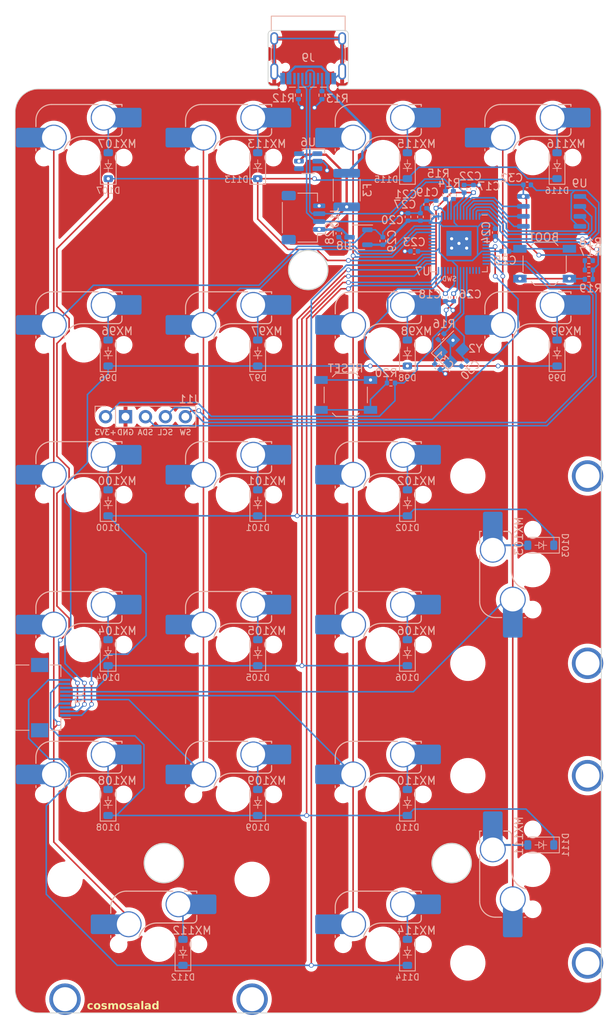
<source format=kicad_pcb>
(kicad_pcb (version 20240108) (generator "pcbnew") (generator_version "8.0")
  (title_block (company "Cosmosalad"))
  (layers (0 "F.Cu" signal) (31 "B.Cu" signal) (34 "B.Paste" user) (35 "F.Paste" user) (36 "B.SilkS" user "B.Silkscreen") (37 "F.SilkS" user "F.Silkscreen") (38 "B.Mask" user) (39 "F.Mask" user) (44 "Edge.Cuts" user))
  (net 0 "")
  (net 1 "Net-(D96-A)")
  (net 2 "Net-(D97-A)")
  (net 3 "Net-(D98-A)")
  (net 4 "Net-(D99-A)")
  (net 5 "Net-(D100-A)")
  (net 6 "Net-(D101-A)")
  (net 7 "Net-(D102-A)")
  (net 8 "Net-(D103-A)")
  (net 9 "Net-(D104-A)")
  (net 10 "Net-(D105-A)")
  (net 11 "Net-(D106-A)")
  (net 12 "Net-(D107-A)")
  (net 13 "Net-(D108-A)")
  (net 14 "Net-(D109-A)")
  (net 15 "Net-(D110-A)")
  (net 16 "Net-(D111-A)")
  (net 17 "Net-(D112-A)")
  (net 18 "Net-(D113-A)")
  (net 19 "Net-(D114-A)")
  (net 20 "Net-(D115-A)")
  (net 21 "Net-(D116-A)")
  (net 22 "ROW1_N")
  (net 23 "ROW2_N")
  (net 24 "ROW3_N")
  (net 25 "ROW0_N")
  (net 26 "ROW4_N")
  (net 27 "ROW5_N")
  (net 28 "COL17_N")
  (net 29 "COL18_N")
  (net 30 "COL19_N")
  (net 31 "COL20_N")
  (net 32 "Net-(J9-CC1)")
  (net 34 "Net-(J9-CC2)")
  (net 38 "+5VR")
  (net 39 "VBUSR")
  (net 40 "GNDR")
  (net 41 "USB_D-_R")
  (net 42 "USB_D+_R")
  (net 43 "Net-(U7-USB_DP)")
  (net 44 "Net-(U7-USB_DM)")
  (net 45 "+3V3R")
  (net 49 "XIN_R")
  (net 50 "XOUT_R")
  (net 51 "+1V1R")
  (net 52 "SWCLK_R")
  (net 53 "SWD_R")
  (net 54 "RESET_R")
  (net 55 "QSPI_SD3_R")
  (net 56 "QSPI_SCLK_R")
  (net 57 "QSPI_SD0_R")
  (net 58 "QSPI_SD2_R")
  (net 59 "QSPI_SD1_R")
  (net 60 "QSPI_SS_R")
  (net 61 "Net-(C31-Pad2)")
  (net 76 "GP_SDA_N")
  (net 77 "GP_SCL_N")
  (net 78 "SW_N")
  (net 79 "Net-(BOOT2-Pad2)")
  (net 80 "Net-(R17-Pad1)")
  (footprint "PCM_marbastlib-mx:STAB_MX_P_2u" (layer "F.Cu") (at 82.153125 123.825 -90)
    (property "Reference" "S8" (hide yes))
    (property "Value" "stb")
  )
  (footprint "PCM_marbastlib-mx:STAB_MX_P_2u" (layer "F.Cu") (at 34.528125 133.35 180)
    (property "Reference" "S9" (hide yes))
    (property "Value" "stb")
  )
  (footprint "PCM_marbastlib-mx:STAB_MX_P_2u" (layer "F.Cu") (at 82.153125 85.725 -90)
    (property "Reference" "S2" (hide yes))
    (property "Value" "stb")
  )
  (footprint "" (layer "F.Cu") (at 56.76688 24.388063)
    (property "Reference" "")
    (property "Value" "")
  )
  (footprint "Connector_PinSocket_2.54mm:PinSocket_1x05_P2.54mm_Vertical" (layer "F.Cu") (at 27.78125 66.278125 90)
    (property "Reference" "J11")
    (property "Value" "Conn_01x05")
  )
  (footprint "" (layer "F.Cu") (at 50.41688 24.388063)
    (property "Reference" "")
    (property "Value" "")
  )
  (footprint "Connector_JST:JST_SH_SM04B-SRSS-TB_1x04-1MP_P1.00mm_Horizontal" (layer "B.Cu") (at 52.971875 40.96875 90)
    (property "Reference" "J10")
    (property "Value" "Conn_01x04")
  )
  (footprint "PCM_marbastlib-mx:SW_MX_HS_1u" (layer "B.Cu") (at 25.003125 95.25 180)
    (property "Reference" "MX104")
    (property "Value" "MX_SW_HS" (hide yes))
  )
  (footprint "Crystal:Crystal_SMD_3225-4Pin_3.2x2.5mm" (layer "B.Cu") (at 71.834375 57.94375 45)
    (property "Reference" "Y2")
    (property "Value" "X322512MSB4SI")
  )
  (footprint "PCM_marbastlib-mx:SW_MX_HS_1u" (layer "B.Cu") (at 63.103125 95.25 180)
    (property "Reference" "MX106")
    (property "Value" "MX_SW_HS" (hide yes))
  )
  (footprint "Capacitor_SMD:C_0402_1005Metric" (layer "B.Cu") (at 63.077649 43.940028 90)
    (property "Reference" "C29")
    (property "Value" "1u")
  )
  (footprint "PCM_marbastlib-mx:SW_MX_HS_1u" (layer "B.Cu") (at 44.053125 57.15 180)
    (property "Reference" "MX97")
    (property "Value" "MX_SW_HS" (hide yes))
  )
  (footprint "Button_Switch_SMD:SW_SPST_TL3342" (layer "B.Cu") (at 83.673997 46.828088 180)
    (property "Reference" "BOOT2" (hide yes))
    (property "Value" "SW_Push")
  )
  (footprint "mcu:D_SOD-123_new" (layer "B.Cu") (at 47.154918 77.230378 90)
    (property "Reference" "D101")
    (property "Value" "D_Small")
  )
  (footprint "Capacitor_SMD:C_0402_1005Metric" (layer "B.Cu") (at 57.471875 42.96875 -90)
    (property "Reference" "C28")
    (property "Value" "1u")
  )
  (footprint "PCM_marbastlib-mx:SW_MX_HS_1u" (layer "B.Cu") (at 63.103125 33.3375 180)
    (property "Reference" "MX115")
    (property "Value" "MX_SW_HS" (hide yes))
  )
  (footprint "Resistor_SMD:R_0402_1005Metric" (layer "B.Cu") (at 52.328125 25.4 -90)
    (property "Reference" "R12")
    (property "Value" "5.1k")
  )
  (footprint "mcu:D_SOD-123_new" (layer "B.Cu") (at 85.259885 58.180378 90)
    (property "Reference" "D99")
    (property "Value" "D_Small")
  )
  (footprint "Resistor_SMD:R_0402_1005Metric" (layer "B.Cu") (at 55.328125 25.4 -90)
    (property "Reference" "R13")
    (property "Value" "5.1k")
  )
  (footprint "mcu:D_SOD-123_new" (layer "B.Cu") (at 66.205386 134.380378 90)
    (property "Reference" "D114")
    (property "Value" "D_Small")
  )
  (footprint "Resistor_SMD:R_0402_1005Metric" (layer "B.Cu") (at 70.48295 56.108893 45)
    (property "Reference" "R16")
    (property "Value" "1k")
  )
  (footprint "PCM_marbastlib-mx:SW_MX_HS_1u" (layer "B.Cu") (at 63.103125 76.2 180)
    (property "Reference" "MX102")
    (property "Value" "MX_SW_HS" (hide yes))
  )
  (footprint "Capacitor_SMD:C_0402_1005Metric" (layer "B.Cu") (at 70.026255 59.918029 135)
    (property "Reference" "C31")
    (property "Value" "22p")
  )
  (footprint "mcu:D_SOD-123_new" (layer "B.Cu") (at 28.127179 34.367878 90)
    (property "Reference" "D107")
    (property "Value" "D_Small")
  )
  (footprint "Resistor_SMD:R_0402_1005Metric" (layer "B.Cu") (at 72.0625 38.1 -90)
    (property "Reference" "R14")
    (property "Value" "27")
  )
  (footprint "mcu:D_SOD-123_new" (layer "B.Cu") (at 37.630855 134.380378 90)
    (property "Reference" "D112")
    (property "Value" "D_Small")
  )
  (footprint "PCM_marbastlib-mx:SW_MX_HS_1u" (layer "B.Cu") (at 25.003125 33.3375 180)
    (property "Reference" "MX107")
    (property "Value" "MX_SW_HS" (hide yes))
  )
  (footprint "mcu:D_SOD-123_new" (layer "B.Cu") (at 83.183503 82.624427 180)
    (property "Reference" "D103")
    (property "Value" "D_Small")
  )
  (footprint "Capacitor_SMD:C_0402_1005Metric" (layer "B.Cu") (at 72.09125 51.11375 -90)
    (property "Reference" "C26")
    (property "Value" "100n")
  )
  (footprint "Capacitor_SMD:C_0402_1005Metric" (layer "B.Cu") (at 73.421875 37.30625 90)
    (property "Reference" "C22")
    (property "Value" "100n")
  )
  (footprint "Capacitor_SMD:C_0402_1005Metric" (layer "B.Cu") (at 67.071875 45.246875 180)
    (property "Reference" "C23")
    (property "Value" "100n")
  )
  (footprint "mcu:D_SOD-123_new" (layer "B.Cu") (at 66.201355 96.280378 90)
    (property "Reference" "D106")
    (property "Value" "D_Small")
  )
  (footprint "Capacitor_SMD:C_0402_1005Metric" (layer "B.Cu") (at 69.85 39.290625 90)
    (property "Reference" "C19")
    (property "Value" "1u")
  )
  (footprint "PCM_marbastlib-mx:SW_MX_HS_1u" (layer "B.Cu") (at 63.103125 133.35 180)
    (property "Reference" "MX114")
    (property "Value" "MX_SW_HS" (hide yes))
  )
  (footprint "Button_Switch_SMD:SW_SPST_TL3342" (layer "B.Cu") (at 58.357251 63.509749 180)
    (property "Reference" "RESET2" (hide yes))
    (property "Value" "SW_Push")
  )
  (footprint "mcu:D_SOD-123_new" (layer "B.Cu") (at 28.100135 115.330378 90)
    (property "Reference" "D108")
    (property "Value" "D_Small")
  )
  (footprint "Connector_USB:USB_C_Receptacle_HRO_TYPE-C-31-M-12" (layer "B.Cu") (at 53.578125 19.25)
    (property "Reference" "J9")
    (property "Value" "TYPE-C-31-M-12")
  )
  (footprint "Resistor_SMD:R_0402_1005Metric" (layer "B.Cu") (at 71.0625 38.1 -90)
    (property "Reference" "R15")
    (property "Value" "27")
  )
  (footprint "Capacitor_SMD:C_0402_1005Metric" (layer "B.Cu") (at 74.6125 37.30625 90)
    (property "Reference" "C17")
    (property "Value" "100n")
  )
  (footprint "PCM_marbastlib-mx:SW_MX_HS_1u" (layer "B.Cu") (at 25.003125 57.15 180)
    (property "Reference" "MX96")
    (property "Value" "MX_SW_HS" (hide yes))
  )
  (footprint "mcu:D_SOD-123_new" (layer "B.Cu") (at 47.151824 115.330378 90)
    (property "Reference" "D109")
    (property "Value" "D_Small")
  )
  (footprint "Capacitor_SMD:C_0402_1005Metric" (layer "B.Cu") (at 81.441156 36.801594)
    (property "Reference" "C32")
    (property "Value" "1u")
  )
  (footprint "PCM_marbastlib-mx:SW_MX_HS_1u" (layer "B.Cu") (at 44.053125 114.3 180)
    (property "Reference" "MX109")
    (property "Value" "MX_SW_HS" (hide yes))
  )
  (footprint "Package_TO_SOT_SMD:SOT-23-3" (layer "B.Cu") (at 59.971875 43.46875 180)
    (property "Reference" "U8")
    (property "Value" "XC6206P332MR")
  )
  (footprint "Capacitor_SMD:C_0402_1005Metric" (layer "B.Cu") (at 73.421875 59.53125 45)
    (property "Reference" "C30")
    (property "Value" "22p")
  )
  (footprint "mcu:D_SOD-123_new" (layer "B.Cu") (at 66.204918 34.367878 90)
    (property "Reference" "D115")
    (property "Value" "D_Small")
  )
  (footprint "mcu:D_SOD-123_new" (layer "B.Cu") (at 28.10159 96.280378 90)
    (property "Reference" "D104")
    (property "Value" "D_Small")
  )
  (footprint "PCM_marbastlib-mx:SW_MX_HS_1u" (layer "B.Cu") (at 44.053125 76.2 180)
    (property "Reference" "MX101")
    (property "Value" "MX_SW_HS" (hide yes))
  )
  (footprint "Capacitor_SMD:C_0402_1005Metric" (layer "B.Cu") (at 78.664375 45.246875)
    (property "Reference" "C25")
    (property "Value" "100n")
  )
  (footprint "Connector_FFC-FPC:Hirose_FH12-10S-0.5SH_1x10-1MP_P0.50mm_Horizontal" (layer "B.Cu") (at 20.79375 101.996875 90)
    (property "Reference" "J7")
    (property "Value" "Conn_01x10_Pin")
  )
  (footprint "PCM_marbastlib-mx:SW_MX_HS_1u" (layer "B.Cu") (at 25.003125 114.3 180)
    (property "Reference" "MX108")
    (property "Value" "MX_SW_HS" (hide yes))
  )
  (footprint "mcu:D_SOD-123_new" (layer "B.Cu") (at 47.151355 58.180378 90)
    (property "Reference" "D97")
    (property "Value" "D_Small")
  )
  (footprint "PCM_marbastlib-mx:SW_MX_HS_1u" (layer "B.Cu") (at 82.153125 57.15 180)
    (property "Reference" "MX99")
    (property "Value" "MX_SW_HS" (hide yes))
  )
  (footprint "PCM_marbastlib-mx:SW_MX_HS_1u" (layer "B.Cu") (at 63.103125 57.15 180)
    (property "Reference" "MX98")
    (property "Value" "MX_SW_HS" (hide yes))
  )
  (footprint "PCM_marbastlib-mx:SW_MX_HS_1u" (layer "B.Cu") (at 82.153125 123.825 -90)
    (property "Reference" "MX111")
    (property "Value" "MX_SW_HS" (hide yes))
  )
  (footprint "Capacitor_SMD:C_0402_1005Metric" (layer "B.Cu") (at 71.040625 51.11375 -90)
    (property "Reference" "C18")
    (property "Value" "100n")
  )
  (footprint "mcu:D_SOD-123_new" (layer "B.Cu") (at 47.151824 34.367878 90)
    (property "Reference" "D113")
    (property "Value" "D_Small")
  )
  (footprint "Capacitor_SMD:C_0402_1005Metric" (layer "B.Cu") (at 67.865625 40.878125 90)
    (property "Reference" "C27")
    (property "Value" "1u")
  )
  (footprint "PCM_marbastlib-mx:SW_MX_HS_1u" (layer "B.Cu") (at 82.153125 33.3375 180)
    (property "Reference" "MX116")
    (property "Value" "MX_SW_HS" (hide yes))
  )
  (footprint "PCM_marbastlib-mx:SW_MX_HS_1u" (layer "B.Cu") (at 44.053125 33.3375 180)
    (property "Reference" "MX113")
    (property "Value" "MX_SW_HS" (hide yes))
  )
  (footprint "mcu:D_SOD-123_new" (layer "B.Cu") (at 83.183503 120.72677 180)
    (property "Reference" "D111")
    (property "Value" "D_Small")
  )
  (footprint "Resistor_SMD:R_0402_1005Metric" (layer "B.Cu") (at 89.296875 48.815625)
    (property "Reference" "R19")
    (property "Value" "1k")
  )
  (footprint "mcu:D_SOD-123_new" (layer "B.Cu") (at 66.201355 115.330378 90)
    (property "Reference" "D110")
    (property "Value" "D_Small")
  )
  (footprint "mcu:D_SOD-123_new" (layer "B.Cu") (at 85.253463 34.367878 90)
    (property "Reference" "D116")
    (property "Value" "D_Small")
  )
  (footprint "PCM_marbastlib-mx:SW_MX_HS_1u" (layer "B.Cu") (at 34.528125 133.35 180)
    (property "Reference" "MX112")
    (property "Value" "MX_SW_HS" (hide yes))
  )
  (footprint "mcu:D_SOD-123_new" (layer "B.Cu") (at 66.212276 77.230378 90)
    (property "Reference" "D102")
    (property "Value" "D_Small")
  )
  (footprint "PCM_marbastlib-mx:SW_MX_HS_1u" (layer "B.Cu") (at 25.003125 76.2 180)
    (property "Reference" "MX100")
    (property "Value" "MX_SW_HS" (hide yes))
  )
  (footprint "Resistor_SMD:R_0402_1005Metric" (layer "B.Cu") (at 64.109836 61.995143)
    (property "Reference" "R20")
    (property "Value" "5.1k")
  )
  (footprint "Capacitor_SMD:C_0402_1005Metric" (layer "B.Cu") (at 66.278125 40.878125 90)
    (property "Reference" "C20")
    (property "Value" "100n")
  )
  (footprint "Resistor_SMD:R_0402_1005Metric" (layer "B.Cu") (at 89.296875 47.625 180)
    (property "Reference" "R18")
    (property "Value" "5.1k")
  )
  (footprint "PCM_marbastlib-mx:SW_MX_HS_1u" (layer "B.Cu") (at 44.053125 95.25 180)
    (property "Reference" "MX105")
    (property "Value" "MX_SW_HS" (hide yes))
  )
  (footprint "PCM_marbastlib-mx:SW_MX_HS_1u" (layer "B.Cu") (at 82.153125 85.725 -90)
    (property "Reference" "MX103")
    (property "Value" "MX_SW_HS" (hide yes))
  )
  (footprint "Capacitor_SMD:C_0402_1005Metric" (layer "B.Cu") (at 68.659375 39.290625 90)
    (property "Reference" "C21")
    (property "Value" "100n")
  )
  (footprint "Resistor_SMD:R_0402_1005Metric" (layer "B.Cu") (at 89.296875 46.434375)
    (property "Reference" "R17")
    (property "Value" "5.1k")
  )
  (footprint "mcu:D_SOD-123_new" (layer "B.Cu") (at 47.158948 96.280378 90)
    (property "Reference" "D105")
    (property "Value" "D_Small")
  )
  (footprint "Fuse:Fuse_1812_4532Metric" (layer "B.Cu") (at 58.471875 37.46875 90)
    (property "Reference" "F3")
    (property "Value" "MF-MSMF050-2")
  )
  (footprint "PCM_marbastlib-mx:SW_MX_HS_1u" (layer "B.Cu") (at 63.103125 114.3 180)
    (property "Reference" "MX110")
    (property "Value" "MX_SW_HS" (hide yes))
  )
  (footprint "mcu:D_SOD-123_new" (layer "B.Cu") (at 66.202058 58.180378 90)
    (property "Reference" "D98")
    (property "Value" "D_Small")
  )
  (footprint "PCM_marbastlib-various:SOT-23-6-routable" (layer "B.Cu") (at 53.574419 33.789279 180)
    (property "Reference" "U6")
    (property "Value" "SRV05-4")
  )
  (footprint "Capacitor_SMD:C_0402_1005Metric" (layer "B.Cu") (at 77.390625 42.8625 -90)
    (property "Reference" "C24")
    (property "Value" "100n")
  )
  (footprint "mcu:D_SOD-123_new" (layer "B.Cu") (at 28.107519 58.180378 90)
    (property "Reference" "D96")
    (property "Value" "D_Small")
  )
  (footprint "Package_SO:SOIC-8_5.23x5.23mm_P1.27mm" (layer "B.Cu") (at 84.5625 40.178499 180)
    (property "Reference" "U9")
    (property "Value" "W25Q128JVSIQ")
  )
  (footprint "Package_DFN_QFN:QFN-56-1EP_7x7mm_P0.4mm_EP3.2x3.2mm" (layer "B.Cu") (at 72.7625 44.246875 180)
    (property "Reference" "U7")
    (property "Value" "RP2040")
  )
  (footprint "mcu:D_SOD-123_new" (layer "B.Cu") (at 28.105855 77.230378 90)
    (property "Reference" "D100")
    (property "Value" "D_Small")
  )
  (gr_line (start 55.924719 24.3875) (end 55.130969 24.3875) (stroke (width 0.1)) (layer "B.SilkS"))
  (gr_line (start 51.162219 24.3875) (end 51.955969 24.3875) (stroke (width 0.1)) (layer "B.SilkS"))
  (gr_line (start 52.449719 24.3875) (end 53.243469 24.3875) (stroke (width 0.1)) (layer "B.SilkS"))
  (gr_line (start 54.637219 24.3875) (end 53.843469 24.3875) (stroke (width 0.1)) (layer "B.SilkS"))
  (gr_line (start 54.637219 24.3875) (end 53.843469 24.3875) (stroke (width 0.1)) (layer "F.SilkS"))
  (gr_line (start 55.924719 24.3875) (end 55.130969 24.3875) (stroke (width 0.1)) (layer "F.SilkS"))
  (gr_line (start 52.449719 24.3875) (end 53.243469 24.3875) (stroke (width 0.1)) (layer "F.SilkS"))
  (gr_line (start 51.162219 24.3875) (end 51.955969 24.3875) (stroke (width 0.1)) (layer "F.SilkS"))
  (gr_line (start 57.584375 24.60625) (end 87.884375 24.60625) (stroke (width 0.1)) (layer "Edge.Cuts"))
  (gr_line (start 87.884375 142.08125) (end 19.271875 142.08125) (stroke (width 0.1)) (layer "Edge.Cuts"))
  (gr_arc (start 16.271875 27.60625) (mid 17.150581 25.484959) (end 19.271875 24.60625) (stroke (width 0.1)) (layer "Edge.Cuts"))
  (gr_arc (start 57.584375 24.60625) (mid 57.478276 24.562334) (end 57.434375 24.45625) (stroke (width 0.1)) (layer "Edge.Cuts"))
  (gr_arc (start 58.684375 23.7375) (mid 58.537913 24.091038) (end 58.184375 24.2375) (stroke (width 0.1)) (layer "Edge.Cuts"))
  (gr_line (start 57.434375 24.3875) (end 57.434375 24.45625) (stroke (width 0.1)) (layer "Edge.Cuts"))
  (gr_line (start 48.971875 17.16875) (end 58.184375 17.16875) (stroke (width 0.1)) (layer "Edge.Cuts"))
  (gr_arc (start 49.721875 24.45625) (mid 49.677908 24.562268) (end 49.571875 24.60625) (stroke (width 0.1)) (layer "Edge.Cuts"))
  (gr_arc (start 87.884375 24.60625) (mid 90.005663 25.484947) (end 90.884375 27.60625) (stroke (width 0.1)) (layer "Edge.Cuts"))
  (gr_arc (start 48.971875 24.2375) (mid 48.618336 24.091039) (end 48.471875 23.7375) (stroke (width 0.1)) (layer "Edge.Cuts"))
  (gr_line (start 58.184375 24.2375) (end 57.584375 24.2375) (stroke (width 0.1)) (layer "Edge.Cuts"))
  (gr_line (start 58.684375 17.66875) (end 58.684375 23.7375) (stroke (width 0.1)) (layer "Edge.Cuts"))
  (gr_arc (start 58.184375 17.16875) (mid 58.537896 17.315214) (end 58.684375 17.66875) (stroke (width 0.1)) (layer "Edge.Cuts"))
  (gr_line (start 49.571875 24.60625) (end 19.271875 24.60625) (stroke (width 0.1)) (layer "Edge.Cuts"))
  (gr_circle (center 35.203125 123.03125) (end 37.703125 123.03125) (stroke (width 0.15)) (fill none) (layer "Edge.Cuts"))
  (gr_line (start 90.884375 27.60625) (end 90.884375 139.08125) (stroke (width 0.1)) (layer "Edge.Cuts"))
  (gr_arc (start 49.571875 24.2375) (mid 49.677926 24.281449) (end 49.721875 24.3875) (stroke (width 0.1)) (layer "Edge.Cuts"))
  (gr_circle (center 71.834375 123.03125) (end 74.334375 123.03125) (stroke (width 0.15)) (fill none) (layer "Edge.Cuts"))
  (gr_line (start 48.471875 17.66875) (end 48.471875 23.7375) (stroke (width 0.1)) (layer "Edge.Cuts"))
  (gr_circle (center 53.578125 47.625) (end 56.078125 47.625) (stroke (width 0.15)) (fill none) (layer "Edge.Cuts"))
  (gr_line (start 16.271875 139.08125) (end 16.271875 27.60625) (stroke (width 0.1)) (layer "Edge.Cuts"))
  (gr_line (start 49.721875 24.3875) (end 49.721875 24.45625) (stroke (width 0.1)) (layer "Edge.Cuts"))
  (gr_line (start 48.971875 24.2375) (end 49.571875 24.2375) (stroke (width 0.1)) (layer "Edge.Cuts"))
  (gr_arc (start 19.271875 142.08125) (mid 17.150522 141.202588) (end 16.271875 139.08125) (stroke (width 0.1)) (layer "Edge.Cuts"))
  (gr_arc (start 90.884375 139.08125) (mid 90.005698 141.202587) (end 87.884375 142.08125) (stroke (width 0.1)) (layer "Edge.Cuts"))
  (gr_arc (start 48.471875 17.66875) (mid 48.618318 17.315178) (end 48.971875 17.16875) (stroke (width 0.1)) (layer "Edge.Cuts"))
  (gr_arc (start 57.434375 24.3875) (mid 57.478323 24.281448) (end 57.584375 24.2375) (stroke (width 0.1)) (layer "Edge.Cuts"))
  (gr_text "SCL" (at 35.40125 68.2625 0) (layer "B.SilkS") (effects (font (size 0.7 0.7) (thickness 0.13) (bold yes)) (justify mirror)))
  (gr_text "SWD" (at 71.54209 48.750706 0) (layer "B.SilkS") (effects (font (size 0.6 0.6) (thickness 0.1) (bold yes)) (justify mirror)))
  (gr_text "BOOT" (at 83.585479 43.465044 0) (layer "B.SilkS") (effects (font (size 1 1)) (justify mirror)))
  (gr_text "+3V3" (at 27.78125 68.2625 0) (layer "B.SilkS") (effects (font (size 0.7 0.7) (thickness 0.13) (bold yes)) (justify mirror)))
  (gr_text "SW\n" (at 37.94125 68.2625 0) (layer "B.SilkS") (effects (font (size 0.7 0.7) (thickness 0.13) (bold yes)) (justify mirror)))
  (gr_text "GND" (at 30.32125 68.2625 0) (layer "B.SilkS") (effects (font (size 0.7 0.7) (thickness 0.13) (bold yes)) (justify mirror)))
  (gr_text "SDA" (at 32.86125 68.2625 0) (layer "B.SilkS") (effects (font (size 0.7 0.7) (thickness 0.13) (bold yes)) (justify mirror)))
  (gr_text "RESET" (at 58.333439 60.141133 0) (layer "B.SilkS") (effects (font (size 1 1)) (justify mirror)))
  (gr_text "cosmosalad" (at 25.399311 141.789944 0) (layer "F.SilkS") (effects (font (size 1 1) (thickness 0.25) (bold yes)) (justify left bottom)))
  (segment (start 28.107519 52.634394) (end 27.543125 52.07) (width 0.2) (layer "B.Cu") (net 1))
  (segment (start 28.107519 56.530378) (end 28.107519 52.634394) (width 0.2) (layer "B.Cu") (net 1))
  (segment (start 47.151355 52.62823) (end 46.593125 52.07) (width 0.2) (layer "B.Cu") (net 2))
  (segment (start 47.151355 56.530378) (end 47.151355 52.62823) (width 0.2) (layer "B.Cu") (net 2))
  (segment (start 66.202058 52.628933) (end 65.643125 52.07) (width 0.2) (layer "B.Cu") (net 3))
  (segment (start 66.202058 56.530378) (end 66.202058 52.628933) (width 0.2) (layer "B.Cu") (net 3))
  (segment (start 85.259885 56.530378) (end 85.259885 52.63676) (width 0.2) (layer "B.Cu") (net 4))
  (segment (start 85.259885 52.63676) (end 84.693125 52.07) (width 0.2) (layer "B.Cu") (net 4))
  (segment (start 28.105855 75.580378) (end 28.105855 71.68273) (width 0.2) (layer "B.Cu") (net 5))
  (segment (start 28.105855 71.68273) (end 27.543125 71.12) (width 0.2) (layer "B.Cu") (net 5))
  (segment (start 47.154918 75.580378) (end 47.154918 71.681793) (width 0.2) (layer "B.Cu") (net 6))
  (segment (start 47.154918 71.681793) (end 46.593125 71.12) (width 0.2) (layer "B.Cu") (net 6))
  (segment (start 66.212276 71.689151) (end 65.643125 71.12) (width 0.2) (layer "B.Cu") (net 7))
  (segment (start 66.212276 75.580378) (end 66.212276 71.689151) (width 0.2) (layer "B.Cu") (net 7))
  (segment (start 81.533503 82.624427) (end 77.633698 82.624427) (width 0.25) (layer "B.Cu") (net 8))
  (segment (start 77.633698 82.624427) (end 77.073125 83.185) (width 0.25) (layer "B.Cu") (net 8))
  (segment (start 28.10159 90.728465) (end 27.543125 90.17) (width 0.2) (layer "B.Cu") (net 9))
  (segment (start 28.10159 94.630378) (end 28.10159 90.728465) (width 0.2) (layer "B.Cu") (net 9))
  (segment (start 47.158948 90.735823) (end 46.593125 90.17) (width 0.2) (layer "B.Cu") (net 10))
  (segment (start 47.158948 94.630378) (end 47.158948 90.735823) (width 0.2) (layer "B.Cu") (net 10))
  (segment (start 66.201355 94.630378) (end 66.201355 90.72823) (width 0.2) (layer "B.Cu") (net 11))
  (segment (start 66.201355 90.72823) (end 65.643125 90.17) (width 0.2) (layer "B.Cu") (net 11))
  (segment (start 28.127179 28.841554) (end 27.543125 28.2575) (width 0.2) (layer "B.Cu") (net 12))
  (segment (start 28.127179 32.717878) (end 28.127179 28.841554) (width 0.2) (layer "B.Cu") (net 12))
  (segment (start 28.100135 109.77701) (end 27.543125 109.22) (width 0.2) (layer "B.Cu") (net 13))
  (segment (start 28.100135 113.680378) (end 28.100135 109.77701) (width 0.2) (layer "B.Cu") (net 13))
  (segment (start 47.151824 113.680378) (end 47.151824 109.778699) (width 0.2) (layer "B.Cu") (net 14))
  (segment (start 47.151824 109.778699) (end 46.593125 109.22) (width 0.2) (layer "B.Cu") (net 14))
  (segment (start 66.201355 109.77823) (end 65.643125 109.22) (width 0.2) (layer "B.Cu") (net 15))
  (segment (start 66.201355 113.680378) (end 66.201355 109.77823) (width 0.2) (layer "B.Cu") (net 15))
  (segment (start 77.631355 120.72677) (end 77.073125 121.285) (width 0.25) (layer "B.Cu") (net 16))
  (segment (start 81.533503 120.72677) (end 77.631355 120.72677) (width 0.25) (layer "B.Cu") (net 16))
  (segment (start 37.630855 128.83273) (end 37.068125 128.27) (width 0.2) (layer "B.Cu") (net 17))
  (segment (start 37.630855 132.730378) (end 37.630855 128.83273) (width 0.2) (layer "B.Cu") (net 17))
  (segment (start 47.151824 32.717878) (end 47.151824 28.816199) (width 0.2) (layer "B.Cu") (net 18))
  (segment (start 47.151824 28.816199) (end 46.593125 28.2575) (width 0.2) (layer "B.Cu") (net 18))
  (segment (start 66.205386 128.832261) (end 65.643125 128.27) (width 0.2) (layer "B.Cu") (net 19))
  (segment (start 66.205386 132.730378) (end 66.205386 128.832261) (width 0.2) (layer "B.Cu") (net 19))
  (segment (start 66.204918 32.717878) (end 66.204918 28.819293) (width 0.2) (layer "B.Cu") (net 20))
  (segment (start 66.204918 28.819293) (end 65.643125 28.2575) (width 0.2) (layer "B.Cu") (net 20))
  (segment (start 85.253463 32.717878) (end 85.253463 28.817838) (width 0.2) (layer "B.Cu") (net 21))
  (segment (start 85.253463 28.817838) (end 84.693125 28.2575) (width 0.2) (layer "B.Cu") (net 21))
  (segment (start 66.202058 59.830378) (end 77.743625 59.830378) (width 0.2) (layer "F.Cu") (net 22))
  (segment (start 66.202058 59.830378) (end 61.471875 59.830378) (width 0.2) (layer "F.Cu") (net 22))
  (segment (start 25.10202 100.147375) (end 25.10202 102.846375) (width 0.2) (layer "F.Cu") (net 22))
  (via (at 25.10202 100.147375) (size 0.6) (drill 0.4) (layers "F.Cu" "B.Cu") (net 22))
  (via (at 77.743625 59.830378) (size 0.6) (drill 0.4) (layers "F.Cu" "B.Cu") (net 22))
  (via (at 25.10202 102.846375) (size 0.6) (drill 0.4) (layers "F.Cu" "B.Cu") (net 22))
  (via (at 66.202058 59.830378) (size 0.6) (drill 0.4) (layers "F.Cu" "B.Cu") (net 22))
  (via (at 61.471875 59.830378) (size 0.6) (drill 0.4) (layers "F.Cu" "B.Cu") (net 22))
  (segment (start 67.3452 47.014055) (end 68.31238 46.046875) (width 0.2) (layer "B.Cu") (net 22))
  (segment (start 47.151355 59.830378) (end 61.471875 59.830378) (width 0.2) (layer "B.Cu") (net 22))
  (segment (start 58.445153 47.014055) (end 67.3452 47.014055) (width 0.2) (layer "B.Cu") (net 22))
  (segment (start 25.10202 100.147375) (end 22.621875 97.66723) (width 0.2) (layer "B.Cu") (net 22))
  (segment (start 53.975 59.53125) (end 53.975 51.484208) (width 0.2) (layer "B.Cu") (net 22))
  (segment (start 28.107519 60.833106) (end 28.107519 59.830378) (width 0.2) (layer "B.Cu") (net 22))
  (segment (start 53.675872 59.830378) (end 53.975 59.53125) (width 0.2) (layer "B.Cu") (net 22))
  (segment (start 22.621875 97.66723) (end 22.621875 94.038968) (width 0.2) (layer "B.Cu") (net 22))
  (segment (start 53.975 51.484208) (end 58.445153 47.014055) (width 0.2) (layer "B.Cu") (net 22))
  (segment (start 22.611672 77.123322) (end 22.611672 74.999171) (width 0.2) (layer "B.Cu") (net 22))
  (segment (start 28.107519 59.830378) (end 47.151355 59.830378) (width 0.2) (layer "B.Cu") (net 22))
  (segment (start 24.20152 103.746875) (end 22.64375 103.746875) (width 0.2) (layer "B.Cu") (net 22))
  (segment (start 77.743625 59.830378) (end 85.259885 59.830378) (width 0.2) (layer "B.Cu") (net 22))
  (segment (start 25.471875 63.46875) (end 28.107519 60.833106) (width 0.2) (layer "B.Cu") (net 22))
  (segment (start 22.611672 74.999171) (end 25.471875 72.138968) (width 0.2) (layer "B.Cu") (net 22))
  (segment (start 25.471875 72.138968) (end 25.471875 63.46875) (width 0.2) (layer "B.Cu") (net 22))
  (segment (start 23.345738 93.315105) (end 23.345738 77.857388) (width 0.2) (layer "B.Cu") (net 22))
  (segment (start 68.31238 46.046875) (end 69.325 46.046875) (width 0.2) (layer "B.Cu") (net 22))
  (segment (start 25.10202 102.846375) (end 24.20152 103.746875) (width 0.2) (layer "B.Cu") (net 22))
  (segment (start 23.345738 77.857388) (end 22.611672 77.123322) (width 0.2) (layer "B.Cu") (net 22))
  (segment (start 22.621875 94.038968) (end 23.345738 93.315105) (width 0.2) (layer "B.Cu") (net 22))
  (segment (start 52.1765 53.897934) (end 52.1765 78.880378) (width 0.2) (layer "F.Cu") (net 23))
  (segment (start 58.693682 47.614055) (end 58.460379 47.614055) (width 0.2) (layer "F.Cu") (net 23))
  (segment (start 58.460379 47.614055) (end 52.1765 53.897934) (width 0.2) (layer "F.Cu") (net 23))
  (segment (start 25.993611 100.147375) (end 25.993611 102.846375) (width 0.2) (layer "F.Cu") (net 23))
  (via (at 58.693682 47.614055) (size 0.6) (drill 0.4) (layers "F.Cu" "B.Cu") (net 23))
  (via (at 25.993611 100.147375) (size 0.6) (drill 0.4) (layers "F.Cu" "B.Cu") (net 23))
  (via (at 25.993611 102.846375) (size 0.6) (drill 0.4) (layers "F.Cu" "B.Cu") (net 23))
  (via (at 52.1765 78.880378) (size 0.6) (drill 0.4) (layers "F.Cu" "B.Cu") (net 23))
  (segment (start 30.590537 96.475) (end 32.940625 94.124912) (width 0.2) (layer "B.Cu") (net 23))
  (segment (start 28.105855 78.880378) (end 66.212276 78.880378) (width 0.2) (layer "B.Cu") (net 23))
  (segment (start 66.212276 78.880378) (end 67.032654 78.06) (width 0.2) (layer "B.Cu") (net 23))
  (segment (start 25.993611 102.846375) (end 25.993611 102.990764) (width 0.2) (layer "B.Cu") (net 23))
  (segment (start 81.300537 78.06) (end 84.833503 81.592966) (width 0.2) (layer "B.Cu") (net 23))
  (segment (start 32.940625 83.715148) (end 28.105855 78.880378) (width 0.2) (layer "B.Cu") (net 23))
  (segment (start 84.833503 81.592966) (end 84.833503 82.624427) (width 0.2) (layer "B.Cu") (net 23))
  (segment (start 58.693682 47.614055) (end 67.310885 47.614055) (width 0.2) (layer "B.Cu") (net 23))
  (segment (start 25.993611 102.990764) (end 24.7375 104.246875) (width 0.2) (layer "B.Cu") (net 23))
  (segment (start 32.940625 94.124912) (end 32.940625 83.715148) (width 0.2) (layer "B.Cu") (net 23))
  (segment (start 67.310885 47.614055) (end 68.478065 46.446875) (width 0.2) (layer "B.Cu") (net 23))
  (segment (start 67.032654 78.06) (end 81.300537 78.06) (width 0.2) (layer "B.Cu") (net 23))
  (segment (start 24.7375 104.246875) (end 22.64375 104.246875) (width 0.2) (layer "B.Cu") (net 23))
  (segment (start 28.214506 96.475) (end 30.590537 96.475) (width 0.2) (layer "B.Cu") (net 23))
  (segment (start 25.993611 100.147375) (end 25.993611 98.695895) (width 0.2) (layer "B.Cu") (net 23))
  (segment (start 68.478065 46.446875) (end 69.325 46.446875) (width 0.2) (layer "B.Cu") (net 23))
  (segment (start 25.993611 98.695895) (end 28.214506 96.475) (width 0.2) (layer "B.Cu") (net 23))
  (segment (start 58.226573 48.413547) (end 52.776 53.86412) (width 0.2) (layer "F.Cu") (net 24))
  (segment (start 58.68952 48.413547) (end 58.226573 48.413547) (width 0.2) (layer "F.Cu") (net 24))
  (segment (start 52.776 53.86412) (end 52.776 97.930378) (width 0.2) (layer "F.Cu") (net 24))
  (via (at 52.776 97.930378) (size 0.6) (drill 0.4) (layers "F.Cu" "B.Cu") (net 24))
  (via (at 58.68952 48.413547) (size 0.6) (drill 0.4) (layers "F.Cu" "B.Cu") (net 24))
  (segment (start 58.694723 48.41875) (end 67.071875 48.41875) (width 0.2) (layer "B.Cu") (net 24))
  (segment (start 28.10159 97.930378) (end 66.201355 97.930378) (width 0.2) (layer "B.Cu") (net 24))
  (segment (start 58.68952 48.413547) (end 58.694723 48.41875) (width 0.2) (layer "B.Cu") (net 24))
  (segment (start 22.64375 100.746875) (end 26.65 100.746875) (width 0.2) (layer "B.Cu") (net 24))
  (segment (start 26.65 100.746875) (end 28.10159 99.295285) (width 0.2) (layer "B.Cu") (net 24))
  (segment (start 68.64375 46.846875) (end 69.325 46.846875) (width 0.2) (layer "B.Cu") (net 24))
  (segment (start 67.071875 48.41875) (end 68.64375 46.846875) (width 0.2) (layer "B.Cu") (net 24))
  (segment (start 28.10159 99.295285) (end 28.10159 97.930378) (width 0.2) (layer "B.Cu") (net 24))
  (segment (start 47.151824 41.148699) (end 47.151824 36.017878) (width 0.2) (layer "F.Cu") (net 25))
  (segment (start 23.143125 93.566621) (end 23.143125 91.902282) (width 0.2) (layer "F.Cu") (net 25))
  (segment (start 21.593125 52.252282) (end 21.593125 44.898529) (width 0.2) (layer "F.Cu") (net 25))
  (segment (start 54.656442 45.017321) (end 51.020446 45.017321) (width 0.2) (layer "F.Cu") (net 25))
  (segment (start 51.020446 45.017321) (end 47.151824 41.148699) (width 0.2) (layer "F.Cu") (net 25))
  (segment (start 47.151824 36.017878) (end 54.376751 36.017878) (width 0.2) (layer "F.Cu") (net 25))
  (segment (start 23.143125 53.802282) (end 21.593125 52.252282) (width 0.2) (layer "F.Cu") (net 25))
  (segment (start 21.593125 56.967718) (end 23.143125 55.417718) (width 0.2) (layer "F.Cu") (net 25))
  (segment (start 21.593125 90.352282) (end 21.593125 76.017718) (width 0.2) (layer "F.Cu") (net 25))
  (segment (start 21.593125 76.017718) (end 23.143125 74.467718) (width 0.2) (layer "F.Cu") (net 25))
  (segment (start 22.022375 94.687371) (end 23.143125 93.566621) (width 0.2) (layer "F.Cu") (net 25))
  (segment (start 21.593125 44.898529) (end 28.127179 38.364475) (width 0.2) (layer "F.Cu") (net 25))
  (segment (start 23.143125 74.467718) (end 23.143125 72.852282) (width 0.2) (layer "F.Cu") (net 25))
  (segment (start 56.053676 46.414555) (end 54.656442 45.017321) (width 0.2) (layer "F.Cu") (net 25))
  (segment (start 23.143125 55.417718) (end 23.143125 53.802282) (width 0.2) (layer "F.Cu") (net 25))
  (segment (start 23.143125 72.852282) (end 21.593125 71.302282) (width 0.2) (layer "F.Cu") (net 25))
  (segment (start 23.143125 91.902282) (end 21.593125 90.352282) (width 0.2) (layer "F.Cu") (net 25))
  (segment (start 21.593125 71.302282) (end 21.593125 56.967718) (width 0.2) (layer "F.Cu") (net 25))
  (segment (start 58.693624 46.414555) (end 56.053676 46.414555) (width 0.2) (layer "F.Cu") (net 25))
  (segment (start 28.127179 38.364475) (end 28.127179 36.017878) (width 0.2) (layer "F.Cu") (net 25))
  (segment (start 24.209375 102.846375) (end 24.209375 100.147375) (width 0.2) (layer "F.Cu") (net 25))
  (via (at 24.209375 100.147375) (size 0.6) (drill 0.4) (layers "F.Cu" "B.Cu") (net 25))
  (via (at 58.693624 46.414555) (size 0.6) (drill 0.4) (layers "F.Cu" "B.Cu") (net 25))
  (via (at 28.127179 36.017878) (size 0.6) (drill 0.4) (layers "F.Cu" "B.Cu") (net 25))
  (via (at 47.151824 36.017878) (size 0.6) (drill 0.4) (layers "F.Cu" "B.Cu") (net 25))
  (via (at 24.209375 102.846375) (size 0.6) (drill 0.4) (layers "F.Cu" "B.Cu") (net 25))
  (via (at 22.022375 94.687371) (size 0.6) (drill 0.4) (layers "F.Cu" "B.Cu") (net 25))
  (via (at 54.376751 36.017878) (size 0.6) (drill 0.4) (layers "F.Cu" "B.Cu") (net 25))
  (segment (start 28.127179 36.017878) (end 47.151824 36.017878) (width 0.2) (layer "B.Cu") (net 25))
  (segment (start 21.828125 94.881621) (end 21.828125 97.706986) (width 0.2) (layer "B.Cu") (net 25))
  (segment (start 24.209375 102.846375) (end 23.808875 103.246875) (width 0.2) (layer "B.Cu") (net 25))
  (segment (start 80.06335 34.5625) (end 67.660296 34.5625) (width 0.2) (layer "B.Cu") (net 25))
  (segment (start 68.146694 45.646875) (end 69.325 45.646875) (width 0.2) (layer "B.Cu") (net 25))
  (segment (start 54.552623 36.19375) (end 66.029046 36.19375) (width 0.2) (layer "B.Cu") (net 25))
  (segment (start 81.518728 36.017878) (end 80.06335 34.5625) (width 0.2) (layer "B.Cu") (net 25))
  (segment (start 67.379014 46.414555) (end 68.146694 45.646875) (width 0.2) (layer "B.Cu") (net 25))
  (segment (start 21.828125 97.706986) (end 24.209375 100.088236) (width 0.2) (layer "B.Cu") (net 25))
  (segment (start 24.209375 100.088236) (end 24.209375 100.147375) (width 0.2) (layer "B.Cu") (net 25))
  (segment (start 22.022375 94.687371) (end 21.828125 94.881621) (width 0.2) (layer "B.Cu") (net 25))
  (segment (start 66.029046 36.19375) (end 66.204918 36.017878) (width 0.2) (layer "B.Cu") (net 25))
  (segment (start 23.808875 103.246875) (end 22.64375 103.246875) (width 0.2) (layer "B.Cu") (net 25))
  (segment (start 54.376751 36.017878) (end 54.552623 36.19375) (width 0.2) (layer "B.Cu") (net 25))
  (segment (start 85.253463 36.017878) (end 81.518728 36.017878) (width 0.2) (layer "B.Cu") (net 25))
  (segment (start 65.90579 35.71875) (end 66.204918 36.017878) (width 0.2) (layer "B.Cu") (net 25))
  (segment (start 67.660296 34.5625) (end 66.204918 36.017878) (width 0.2) (layer "B.Cu") (net 25))
  (segment (start 58.693624 46.414555) (end 67.379014 46.414555) (width 0.2) (layer "B.Cu") (net 25))
  (segment (start 53.3755 53.830306) (end 53.3755 116.980378) (width 0.2) (layer "F.Cu") (net 26))
  (segment (start 57.992767 49.213039) (end 53.3755 53.830306) (width 0.2) (layer "F.Cu") (net 26))
  (segment (start 58.693624 49.213039) (end 57.992767 49.213039) (width 0.2) (layer "F.Cu") (net 26))
  (via (at 58.693624 49.213039) (size 0.6) (drill 0.4) (layers "F.Cu" "B.Cu") (net 26))
  (via (at 53.3755 116.980378) (size 0.6) (drill 0.4) (layers "F.Cu" "B.Cu") (net 26))
  (segment (start 29.155371 116.980378) (end 28.100135 116.980378) (width 0.2) (layer "B.Cu") (net 26))
  (segment (start 20.793125 101.373236) (end 20.793125 105.826874) (width 0.2) (layer "B.Cu") (net 26))
  (segment (start 69.062003 49.206747) (end 70.1625 48.10625) (width 0.2) (layer "B.Cu") (net 26))
  (segment (start 31.529442 106.853499) (end 32.668125 107.992182) (width 0.2) (layer "B.Cu") (net 26))
  (segment (start 22.64375 100.246875) (end 21.919486 100.246875) (width 0.2) (layer "B.Cu") (net 26))
  (segment (start 32.668125 113.467624) (end 29.155371 116.980378) (width 0.2) (layer "B.Cu") (net 26))
  (segment (start 32.668125 107.992182) (end 32.668125 113.467624) (width 0.2) (layer "B.Cu") (net 26))
  (segment (start 58.693624 49.213039) (end 58.699916 49.206747) (width 0.2) (layer "B.Cu") (net 26))
  (segment (start 58.699916 49.206747) (end 69.062003 49.206747) (width 0.2) (layer "B.Cu") (net 26))
  (segment (start 21.81975 106.853499) (end 31.529442 106.853499) (width 0.2) (layer "B.Cu") (net 26))
  (segment (start 67.021733 116.16) (end 81.300537 116.16) (width 0.2) (layer "B.Cu") (net 26))
  (segment (start 21.919486 100.246875) (end 20.793125 101.373236) (width 0.2) (layer "B.Cu") (net 26))
  (segment (start 84.833503 119.692966) (end 84.833503 120.72677) (width 0.2) (layer "B.Cu") (net 26))
  (segment (start 81.300537 116.16) (end 84.833503 119.692966) (width 0.2) (layer "B.Cu") (net 26))
  (segment (start 20.793125 105.826874) (end 21.81975 106.853499) (width 0.2) (layer "B.Cu") (net 26))
  (segment (start 28.100135 116.980378) (end 66.201355 116.980378) (width 0.2) (layer "B.Cu") (net 26))
  (segment (start 70.1625 48.10625) (end 70.1625 47.684375) (width 0.2) (layer "B.Cu") (net 26))
  (segment (start 66.201355 116.980378) (end 67.021733 116.16) (width 0.2) (layer "B.Cu") (net 26))
  (segment (start 57.758951 50.012541) (end 53.975 53.796492) (width 0.2) (layer "F.Cu") (net 27))
  (segment (start 53.975 53.796492) (end 53.975 136.030378) (width 0.2) (layer "F.Cu") (net 27))
  (segment (start 58.693625 50.012541) (end 57.758951 50.012541) (width 0.2) (layer "F.Cu") (net 27))
  (via (at 53.975 136.030378) (size 0.6) (drill 0.4) (layers "F.Cu" "B.Cu") (net 27))
  (via (at 58.693625 50.012541) (size 0.6) (drill 0.4) (layers "F.Cu" "B.Cu") (net 27))
  (segment (start 20.632611 109.81) (end 22.000843 109.81) (width 0.2) (layer "B.Cu") (net 27))
  (segment (start 23.143125 110.952282) (end 23.143125 112.845225) (width 0.2) (layer "B.Cu") (net 27))
  (segment (start 20.23225 115.7561) (end 20.23225 126.991625) (width 0.2) (layer "B.Cu") (net 27))
  (segment (start 20.23225 126.991625) (end 29.271003 136.030378) (width 0.2) (layer "B.Cu") (net 27))
  (segment (start 22.000843 109.81) (end 23.143125 110.952282) (width 0.2) (layer "B.Cu") (net 27))
  (segment (start 22.64375 99.746875) (end 20.50625 99.746875) (width 0.2) (layer "B.Cu") (net 27))
  (segment (start 17.99375 107.171139) (end 20.632611 109.81) (width 0.2) (layer "B.Cu") (net 27))
  (segment (start 58.693625 50.012541) (end 58.742651 50.012541) (width 0.2) (layer "B.Cu") (net 27))
  (segment (start 69.227689 49.606747) (end 70.5625 48.271936) (width 0.2) (layer "B.Cu") (net 27))
  (segment (start 20.50625 99.746875) (end 17.99375 102.259375) (width 0.2) (layer "B.Cu") (net 27))
  (segment (start 37.630855 136.030378) (end 66.205386 136.030378) (width 0.2) (layer "B.Cu") (net 27))
  (segment (start 58.742651 50.012541) (end 59.148445 49.606747) (width 0.2) (layer "B.Cu") (net 27))
  (segment (start 29.271003 136.030378) (end 37.630855 136.030378) (width 0.2) (layer "B.Cu") (net 27))
  (segment (start 17.99375 102.259375) (end 17.99375 107.171139) (width 0.2) (layer "B.Cu") (net 27))
  (segment (start 70.5625 48.271936) (end 70.5625 47.684375) (width 0.2) (layer "B.Cu") (net 27))
  (segment (start 23.143125 112.845225) (end 20.23225 115.7561) (width 0.2) (layer "B.Cu") (net 27))
  (segment (start 59.148445 49.606747) (end 69.227689 49.606747) (width 0.2) (layer "B.Cu") (net 27))
  (segment (start 21.193125 105.892624) (end 21.81975 105.265999) (width 0.2) (layer "F.Cu") (net 28))
  (segment (start 21.193125 106.059749) (end 21.193125 111.76) (width 0.2) (layer "F.Cu") (net 28))
  (segment (start 30.718125 129.876475) (end 21.193125 120.351475) (width 0.2) (layer "F.Cu") (net 28))
  (segment (start 21.193125 106.059749) (end 21.193125 105.892624) (width 0.2) (layer "F.Cu") (net 28))
  (segment (start 21.193125 30.7975) (end 21.193125 106.059749) (width 0.2) (layer "F.Cu") (net 28))
  (segment (start 21.193125 120.351475) (end 21.193125 111.76) (width 0.2) (layer "F.Cu") (net 28))
  (segment (start 30.718125 130.81) (end 30.718125 129.876475) (width 0.2) (layer "F.Cu") (net 28))
  (via (at 21.81975 105.265999) (size 0.6) (drill 0.4) (layers "F.Cu" "B.Cu") (net 28))
  (segment (start 21.193125 104.639374) (end 21.193125 103.473236) (width 0.2) (layer "B.Cu") (net 28))
  (segment (start 21.193125 54.61) (end 26.234375 49.56875) (width 0.2) (layer "B.Cu") (net 28))
  (segment (start 63.966606 45.16875) (end 67.088481 42.046875) (width 0.2) (layer "B.Cu") (net 28))
  (segment (start 67.088481 42.046875) (end 69.325 42.046875) (width 0.2) (layer "B.Cu") (net 28))
  (segment (start 26.234375 49.56875) (end 47.306189 49.56875) (width 0.2) (layer "B.Cu") (net 28))
  (segment (start 21.919486 102.746875) (end 22.64375 102.746875) (width 0.2) (layer "B.Cu") (net 28))
  (segment (start 47.306189 49.56875) (end 52.257618 44.617321) (width 0.2) (layer "B.Cu") (net 28))
  (segment (start 21.81975 105.265999) (end 21.193125 104.639374) (width 0.2) (layer "B.Cu") (net 28))
  (segment (start 52.257618 44.617321) (end 59.510106 44.617321) (width 0.2) (layer "B.Cu") (net 28))
  (segment (start 59.510106 44.617321) (end 60.061535 45.16875) (width 0.2) (layer "B.Cu") (net 28))
  (segment (start 60.061535 45.16875) (end 63.966606 45.16875) (width 0.2) (layer "B.Cu") (net 28))
  (segment (start 21.193125 103.473236) (end 21.919486 102.746875) (width 0.2) (layer "B.Cu") (net 28))
  (segment (start 40.243125 111.76) (end 40.243125 30.7975) (width 0.2) (layer "F.Cu") (net 29))
  (segment (start 44.884375 49.96875) (end 47.471875 49.96875) (width 0.2) (layer "B.Cu") (net 29))
  (segment (start 40.243125 54.61) (end 44.884375 49.96875) (width 0.2) (layer "B.Cu") (net 29))
  (segment (start 67.254166 42.446875) (end 69.325 42.446875) (width 0.2) (layer "B.Cu") (net 29))
  (segment (start 59.34442 45.017321) (end 59.895849 45.56875) (width 0.2) (layer "B.Cu") (net 29))
  (segment (start 30.73 102.246875) (end 40.243125 111.76) (width 0.2) (layer "B.Cu") (net 29))
  (segment (start 59.895849 45.56875) (end 64.132291 45.56875) (width 0.2) (layer "B.Cu") (net 29))
  (segment (start 52.423304 45.017321) (end 59.34442 45.017321) (width 0.2) (layer "B.Cu") (net 29))
  (segment (start 22.64375 102.246875) (end 30.73 102.246875) (width 0.2) (layer "B.Cu") (net 29))
  (segment (start 64.132291 45.56875) (end 67.254166 42.446875) (width 0.2) (layer "B.Cu") (net 29))
  (segment (start 47.471875 49.96875) (end 52.423304 45.017321) (width 0.2) (layer "B.Cu") (net 29))
  (segment (start 59.293125 45.814555) (end 59.293125 30.7975) (width 0.2) (layer "F.Cu") (net 30))
  (segment (start 59.293125 46.165527) (end 59.293125 45.814555) (width 0.2) (layer "F.Cu") (net 30))
  (segment (start 59.293125 130.81) (end 59.293125 50.26157) (width 0.2) (layer "F.Cu") (net 30))
  (segment (start 59.293624 46.166026) (end 59.293125 46.165527) (width 0.2) (layer "F.Cu") (net 30))
  (segment (start 59.293624 50.261071) (end 59.293624 46.166026) (width 0.2) (layer "F.Cu") (net 30))
  (segment (start 59.293125 50.26157) (end 59.293624 50.261071) (width 0.2) (layer "F.Cu") (net 30))
  (via (at 59.293125 45.814555) (size 0.6) (drill 0.4) (layers "F.Cu" "B.Cu") (net 30))
  (segment (start 64.297977 45.96875) (end 67.419852 42.846875) (width 0.2) (layer "B.Cu") (net 30))
  (segment (start 59.44732 45.96875) (end 64.297977 45.96875) (width 0.2) (layer "B.Cu") (net 30))
  (segment (start 49.28 101.746875) (end 59.293125 111.76) (width 0.2) (layer "B.Cu") (net 30))
  (segment (start 59.293125 45.814555) (end 59.44732 45.96875) (width 0.2) (layer "B.Cu") (net 30))
  (segment (start 22.64375 101.746875) (end 49.28 101.746875) (width 0.2) (layer "B.Cu") (net 30))
  (segment (start 67.419852 42.846875) (end 69.325 42.846875) (width 0.2) (layer "B.Cu") (net 30))
  (segment (start 79.613125 89.535) (end 79.613125 127.635) (width 0.2) (layer "F.Cu") (net 31))
  (segment (start 79.613125 55.88) (end 79.613125 89.535) (width 0.2) (layer "F.Cu") (net 31))
  (segment (start 78.343125 54.61) (end 79.613125 55.88) (width 0.2) (layer "F.Cu") (net 31))
  (segment (start 78.343125 48.41875) (end 78.343125 30.7975) (width 0.2) (layer "F.Cu") (net 31))
  (segment (start 78.343125 48.41875) (end 78.343125 54.61) (width 0.2) (layer "F.Cu") (net 31))
  (via (at 78.343125 48.41875) (size 0.6) (drill 0.4) (layers "F.Cu" "B.Cu") (net 31))
  (segment (start 66.958537 101.246875) (end 78.670412 89.535) (width 0.2) (layer "B.Cu") (net 31))
  (segment (start 78.670412 89.535) (end 79.613125 89.535) (width 0.2) (layer "B.Cu") (net 31))
  (segment (start 78.343125 48.41875) (end 78.343125 48.057526) (width 0.2) (layer "B.Cu") (net 31))
  (segment (start 22.64375 101.246875) (end 66.958537 101.246875) (width 0.2) (layer "B.Cu") (net 31))
  (segment (start 78.343125 48.057526) (end 76.732474 46.446875) (width 0.2) (layer "B.Cu") (net 31))
  (segment (start 76.732474 46.446875) (end 76.2 46.446875) (width 0.2) (layer "B.Cu") (net 31))
  (segment (start 52.328125 24.89) (end 52.328125 23.295) (width 0.2) (layer "B.Cu") (net 32))
  (segment (start 55.328125 24.89) (end 55.328125 23.295) (width 0.2) (layer "B.Cu") (net 34))
  (segment (start 58.471875 39.60625) (end 58.471875 35.589372) (width 0.3) (layer "F.Cu") (net 38))
  (segment (start 53.219948 32.96875) (end 52.399419 33.789279) (width 0.3) (layer "F.Cu") (net 38))
  (segment (start 55.609375 42.46875) (end 54.971875 42.46875) (width 0.3) (layer "F.Cu") (net 38))
  (segment (start 58.471875 35.589372) (end 55.851253 32.96875) (width 0.3) (layer "F.Cu") (net 38))
  (segment (start 55.851253 32.96875) (end 53.219948 32.96875) (width 0.3) (layer "F.Cu") (net 38))
  (segment (start 58.471875 39.60625) (end 55.609375 42.46875) (width 0.3) (layer "F.Cu") (net 38))
  (via (at 52.399419 33.789279) (size 0.6) (drill 0.4) (layers "F.Cu" "B.Cu") (net 38))
  (via (at 54.971875 42.46875) (size 0.6) (drill 0.4) (layers "F.Cu" "B.Cu") (net 38))
  (via (at 58.471875 39.60625) (size 0.6) (drill 0.4) (layers "F.Cu" "B.Cu") (net 38))
  (segment (start 54.991875 42.48875) (end 57.854375 42.48875) (width 0.3) (layer "B.Cu") (net 38))
  (segment (start 57.854375 42.48875) (end 58.834375 43.46875) (width 0.3) (layer "B.Cu") (net 38))
  (segment (start 54.971875 42.46875) (end 54.991875 42.48875) (width 0.3) (layer "B.Cu") (net 38))
  (segment (start 56.028125 22.57) (end 55.233125 21.775) (width 0.3) (layer "B.Cu") (net 39))
  (segment (start 56.028125 23.295) (end 56.028125 24.704072) (width 0.3) (layer "B.Cu") (net 39))
  (segment (start 60.471875 32.583264) (end 60.471875 33.33125) (width 0.3) (layer "B.Cu") (net 39))
  (segment (start 56.028125 23.295) (end 56.028125 22.57) (width 0.3) (layer "B.Cu") (net 39))
  (segment (start 60.471875 33.33125) (end 58.471875 35.33125) (width 0.3) (layer "B.Cu") (net 39))
  (segment (start 56.028125 24.704072) (end 61.529132 30.205079) (width 0.3) (layer "B.Cu") (net 39))
  (segment (start 55.233125 21.775) (end 51.923125 21.775) (width 0.3) (layer "B.Cu") (net 39))
  (segment (start 61.529132 31.526007) (end 60.471875 32.583264) (width 0.3) (layer "B.Cu") (net 39))
  (segment (start 61.529132 30.205079) (end 61.529132 31.526007) (width 0.3) (layer "B.Cu") (net 39))
  (segment (start 51.923125 21.775) (end 51.128125 22.57) (width 0.3) (layer "B.Cu") (net 39))
  (segment (start 51.128125 22.57) (end 51.128125 23.295) (width 0.3) (layer "B.Cu") (net 39))
  (segment (start 52.777251 26.9875) (end 54.376251 26.9875) (width 0.2) (layer "F.Cu") (net 40))
  (segment (start 70.2385 61.609749) (end 71.03225 60.815999) (width 0.2) (layer "F.Cu") (net 40))
  (segment (start 65.88125 45.246875) (end 65.484375 44.85) (width 0.2) (layer "F.Cu") (net 40))
  (segment (start 65.484375 44.85) (end 65.484375 40.398125) (width 0.2) (layer "F.Cu") (net 40))
  (segment (start 77.201607 43.653569) (end 73.740627 43.653569) (width 0.2) (layer "F.Cu") (net 40))
  (segment (start 55.971875 34.96875) (end 55.971875 38.46875) (width 0.2) (layer "F.Cu") (net 40))
  (segment (start 61.507251 61.609749) (end 70.2385 61.609749) (width 0.2) (layer "F.Cu") (net 40))
  (segment (start 73.962 50.8) (end 72.011152 52.750848) (width 0.2) (layer "F.Cu") (net 40))
  (segment (start 72.011152 52.750848) (end 72.011152 56.564892) (width 0.2) (layer "F.Cu") (net 40))
  (segment (start 69.05625 36.82625) (end 65.484375 40.398125) (width 0.2) (layer "F.Cu") (net 40))
  (segment (start 55.971875 38.46875) (end 54.971875 39.46875) (width 0.2) (layer "F.Cu") (net 40))
  (segment (start 77.396207 43.848169) (end 77.201607 43.653569) (width 0.2) (layer "F.Cu") (net 40))
  (segment (start 75.323125 36.82625) (end 69.05625 36.82625) (width 0.2) (layer "F.Cu") (net 40))
  (via (at 73.740627 43.653569) (size 0.6) (drill 0.4) (layers "F.Cu" "B.Cu") (net 40))
  (via (at 77.396207 43.848169) (size 0.6) (drill 0.4) (layers "F.Cu" "B.Cu") (net 40))
  (via (at 65.484375 40.398125) (size 0.6) (drill 0.4) (layers "F.Cu" "B.Cu") (net 40))
  (via (at 71.03225 60.815999) (size 0.6) (drill 0.4) (layers "F.Cu" "B.Cu") (net 40))
  (via (at 72.76998 44.247838) (size 0.6) (drill 0.4) (layers "F.Cu" "B.Cu") (net 40))
  (via (at 55.971875 34.96875) (size 0.6) (drill 0.4) (layers "F.Cu" "B.Cu") (net 40))
  (via (at 72.011152 52.750848) (size 0.6) (drill 0.4) (layers "F.Cu" "B.Cu") (net 40))
  (via (at 54.971875 39.46875) (size 0.6) (drill 0.4) (layers "F.Cu" "B.Cu") (net 40))
  (via (at 72.011152 56.564892) (size 0.6) (drill 0.4) (layers "F.Cu" "B.Cu") (net 40))
  (via (at 61.507251 61.609749) (size 0.6) (drill 0.4) (layers "F.Cu" "B.Cu") (net 40))
  (via (at 71.834375 43.65625) (size 0.6) (drill 0.4) (layers "F.Cu" "B.Cu") (net 40))
  (via (at 65.88125 45.246875) (size 0.6) (drill 0.4) (layers "F.Cu" "B.Cu") (net 40))
  (via (at 73.962 50.8) (size 0.6) (drill 0.4) (layers "F.Cu" "B.Cu") (net 40))
  (via (at 71.834375 44.846875) (size 0.6) (drill 0.4) (layers "F.Cu" "B.Cu") (net 40))
  (via (at 73.746931 44.846874) (size 0.6) (drill 0.4) (layers "F.Cu" "B.Cu") (net 40))
  (via (at 75.323125 36.82625) (size 0.6) (drill 0.4) (layers "F.Cu" "B.Cu") (net 40))
  (via (at 54.376251 26.9875) (size 0.6) (drill 0.4) (layers "F.Cu" "B.Cu") (net 40))
  (via (at 52.777251 26.9875) (size 0.6) (drill 0.4) (layers "F.Cu" "B.Cu") (net 40))
  (segment (start 55.207251 61.609749) (end 61.507251 61.609749) (width 0.2) (layer "B.Cu") (net 40))
  (segment (start 55.971875 34.96875) (end 55.971875 34.386736) (width 0.2) (layer "B.Cu") (net 40))
  (segment (start 71.657598 59.322608) (end 71.674756 59.30545) (width 0.2) (layer "B.Cu") (net 40))
  (segment (start 88.1625 42.083499) (end 87.996104 42.083499) (width 0.2) (layer "B.Cu") (net 40))
  (segment (start 71.674756 59.30545) (end 71.674756 56.901288) (width 0.2) (layer "B.Cu") (net 40))
  (segment (start 67.865625 40.398125) (end 67.865625 39.604375) (width 0.2) (layer "B.Cu") (net 40))
  (segment (start 79.144375 45.246875) (end 79.144375 45.09625) (width 0.2) (layer "B.Cu") (net 40))
  (segment (start 88.046221 44.082999) (end 78.131124 44.082999) (width 0.2) (layer "B.Cu") (net 40))
  (segment (start 49.258125 18.2) (end 57.898125 18.2) (width 0.2) (layer "B.Cu") (net 40))
  (segment (start 68.659375 38.810625) (end 69.85 38.810625) (width 0.2) (layer "B.Cu") (net 40))
  (segment (start 88.995885 37.504634) (end 90.570344 39.079093) (width 0.2) (layer "B.Cu") (net 40))
  (segment (start 65.484375 40.398125) (end 66.278125 40.398125) (width 0.2) (layer "B.Cu") (net 40))
  (segment (start 49.258125 22.38) (end 49.258125 18.2) (width 0.2) (layer "B.Cu") (net 40))
  (segment (start 87.0625 37.937103) (end 87.494969 37.504634) (width 0.2) (layer "B.Cu") (net 40))
  (segment (start 71.674756 56.901288) (end 72.011152 56.564892) (width 0.2) (layer "B.Cu") (net 40))
  (segment (start 80.523997 44.928088) (end 86.823997 44.928088) (width 0.2) (layer "B.Cu") (net 40))
  (segment (start 71.03225 60.815999) (end 70.924225 60.815999) (width 0.2) (layer "B.Cu") (net 40))
  (segment (start 73.082464 59.870661) (end 72.205651 59.870661) (width 0.2) (layer "B.Cu") (net 40))
  (segment (start 77.396207 43.848169) (end 77.396207 43.348082) (width 0.2) (layer "B.Cu") (net 40))
  (segment (start 57.898125 18.2) (end 57.898125 22.38) (width 0.2) (layer "B.Cu") (net 40))
  (segment (start 88.10625 37.504634) (end 82.624196 37.504634) (width 0.2) (layer "B.Cu") (net 40))
  (segment (start 87.996104 42.083499) (end 87.0625 41.149895) (width 0.2) (layer "B.Cu") (net 40))
  (segment (start 73.962 50.8) (end 73.7625 50.6005) (width 0.2) (layer "B.Cu") (net 40))
  (segment (start 90.570344 39.079093) (end 90.570344 42.865405) (width 0.2) (layer "B.Cu") (net 40))
  (segment (start 75.323125 36.82625) (end 74.6125 36.82625) (width 0.2) (layer "B.Cu") (net 40))
  (segment (start 73.7625 50.6005) (end 73.7625 47.684375) (width 0.2) (layer "B.Cu") (net 40))
  (segment (start 56.828125 23.295) (end 56.983125 23.295) (width 0.2) (layer "B.Cu") (net 40))
  (segment (start 52.328125 26.538374) (end 52.328125 25.91) (width 0.2) (layer "B.Cu") (net 40))
  (segment (start 52.777251 26.9875) (end 52.328125 26.538374) (width 0.2) (layer "B.Cu") (net 40))
  (segment (start 72.011152 52.750848) (end 71.040625 51.780321) (width 0.2) (layer "B.Cu") (net 40))
  (segment (start 70.365666 60.25744) (end 70.722766 60.25744) (width 0.2) (layer "B.Cu") (net 40))
  (segment (start 59.489374 44.138751) (end 61.109375 42.51875) (width 0.2) (layer "B.Cu") (net 40))
  (segment (start 78.131124 44.082999) (end 77.390625 43.3425) (width 0.2) (layer "B.Cu") (net 40))
  (segment (start 71.040625 51.59375) (end 72.09125 51.59375) (width 0.2) (layer "B.Cu") (net 40))
  (segment (start 73.421875 36.82625) (end 74.6125 36.82625) (width 0.2) (layer "B.Cu") (net 40))
  (segment (start 58.161876 44.138751) (end 59.489374 44.138751) (width 0.2) (layer "B.Cu") (net 40))
  (segment (start 65.484375 40.398125) (end 63.077649 42.804851) (width 0.2) (layer "B.Cu") (net 40))
  (segment (start 63.077649 42.804851) (end 63.077649 43.460028) (width 0.2) (layer "B.Cu") (net 40))
  (segment (start 61.109375 42.51875) (end 62.136371 42.51875) (width 0.2) (layer "B.Cu") (net 40))
  (segment (start 89.15275 44.282999) (end 88.246221 44.282999) (width 0.2) (layer "B.Cu") (net 40))
  (segment (start 66.278125 40.398125) (end 67.865625 40.398125) (width 0.2) (layer "B.Cu") (net 40))
  (segment (start 57.471875 43.44875) (end 58.161876 44.138751) (width 0.2) (layer "B.Cu") (net 40))
  (segment (start 71.040625 51.780321) (end 71.040625 51.59375) (width 0.2) (layer "B.Cu") (net 40))
  (segment (start 88.246221 44.282999) (end 88.046221 44.082999) (width 0.2) (layer "B.Cu") (net 40))
  (segment (start 70.924225 60.815999) (end 70.365666 60.25744) (width 0.2) (layer "B.Cu") (net 40))
  (segment (start 82.624196 37.504634) (end 81.921156 36.801594) (width 0.2) (layer "B.Cu") (net 40))
  (segment (start 67.865625 39.604375) (end 68.659375 38.810625) (width 0.2) (layer "B.Cu") (net 40))
  (segment (start 80.20521 45.246875) (end 80.523997 44.928088) (width 0.2) (layer "B.Cu") (net 40))
  (segment (start 55.374418 33.789279) (end 54.749419 33.789279) (width 0.2) (layer "B.Cu") (net 40))
  (segment (start 55.971875 34.386736) (end 55.374418 33.789279) (width 0.2) (layer "B.Cu") (net 40))
  (segment (start 88.10625 37.504634) (end 88.995885 37.504634) (width 0.2) (layer "B.Cu") (net 40))
  (segment (start 72.205651 59.870661) (end 71.657598 59.322608) (width 0.2) (layer "B.Cu") (net 40))
  (segment (start 62.136371 42.51875) (end 63.077649 43.460028) (width 0.2) (layer "B.Cu") (net 40))
  (segment (start 79.144375 45.09625) (end 78.131124 44.082999) (width 0.2) (layer "B.Cu") (net 40))
  (segment (start 79.144375 45.246875) (end 80.20521 45.246875) (width 0.2) (layer "B.Cu") (net 40))
  (segment (start 87.0625 41.149895) (end 87.0625 37.937103) (width 0.2) (layer "B.Cu") (net 40))
  (segment (start 50.328125 23.295) (end 50.173125 23.295) (width 0.2) (layer "B.Cu") (net 40))
  (segment (start 70.722766 60.25744) (end 71.657598 59.322608) (width 0.2) (layer "B.Cu") (net 40))
  (segment (start 87.494969 37.504634) (end 88.10625 37.504634) (width 0.2) (layer "B.Cu") (net 40))
  (segment (start 50.173125 23.295) (end 49.258125 22.38) (width 0.2) (layer "B.Cu") (net 40))
  (segment (start 90.570344 42.865405) (end 89.15275 44.282999) (width 0.2) (layer "B.Cu") (net 40))
  (segment (start 55.328125 26.035626) (end 55.328125 25.91) (width 0.2) (layer "B.Cu") (net 40))
  (segment (start 54.376251 26.9875) (end 55.328125 26.035626) (width 0.2) (layer "B.Cu") (net 40))
  (segment (start 65.88125 45.246875) (end 66.591875 45.246875) (width 0.2) (layer "B.Cu") (net 40))
  (segment (start 56.983125 23.295) (end 57.898125 22.38) (width 0.2) (layer "B.Cu") (net 40))
  (segment (start 68.565221 36.46875) (end 70.7289 36.46875) (width 0.2) (layer "B.Cu") (net 41))
  (segment (start 71.0625 36.80235) (end 71.0625 37.59) (width 0.2) (layer "B.Cu") (net 41))
  (segment (start 54.971875 41.46875) (end 63.565221 41.46875) (width 0.2) (layer "B.Cu") (net 41))
  (segment (start 53.828125 24.094264) (end 53.828125 23.295) (width 0.2) (layer "B.Cu") (net 41))
  (segment (start 54.502323 41.46875) (end 54.971875 41.46875) (width 0.2) (layer "B.Cu") (net 41))
  (segment (start 70.7289 36.46875) (end 71.0625 36.80235) (width 0.2) (layer "B.Cu") (net 41))
  (segment (start 52.87853 32.839279) (end 53.376751 33.3375) (width 0.2) (layer "B.Cu") (net 41))
  (segment (start 53.376751 40.343178) (end 54.502323 41.46875) (width 0.2) (layer "B.Cu") (net 41))
  (segment (start 52.399419 32.839279) (end 52.87853 32.839279) (width 0.2) (layer "B.Cu") (net 41))
  (segment (start 70.916638 37.444138) (end 71.0625 37.59) (width 0.2) (layer "B.Cu") (net 41))
  (segment (start 53.376751 33.3375) (end 53.376751 40.343178) (width 0.2) (layer "B.Cu") (net 41))
  (segment (start 63.565221 41.46875) (end 68.565221 36.46875) (width 0.2) (layer "B.Cu") (net 41))
  (segment (start 52.828125 24.094264) (end 53.053861 24.32) (width 0.2) (layer "B.Cu") (net 41))
  (segment (start 53.376751 24.64289) (end 53.376751 33.3375) (width 0.2) (layer "B.Cu") (net 41))
  (segment (start 53.602389 24.32) (end 53.828125 24.094264) (width 0.2) (layer "B.Cu") (net 41))
  (segment (start 52.828125 23.295) (end 52.828125 24.094264) (width 0.2) (layer "B.Cu") (net 41))
  (segment (start 53.053861 24.32) (end 53.376751 24.64289) (width 0.2) (layer "B.Cu") (net 41))
  (segment (start 53.053861 24.32) (end 53.602389 24.32) (width 0.2) (layer "B.Cu") (net 41))
  (segment (start 70.894586 36.06875) (end 72.0625 37.236664) (width 0.2) (layer "B.Cu") (net 42))
  (segment (start 53.328125 23.295) (end 53.328125 22.495736) (width 0.2) (layer "B.Cu") (net 42))
  (segment (start 54.971875 40.46875) (end 63.999535 40.46875) (width 0.2) (layer "B.Cu") (net 42))
  (segment (start 53.776751 24.711324) (end 53.776751 33.3375) (width 0.2) (layer "B.Cu") (net 42))
  (segment (start 54.328125 24.15995) (end 53.776751 24.711324) (width 0.2) (layer "B.Cu") (net 42))
  (segment (start 68.399535 36.06875) (end 70.894586 36.06875) (width 0.2) (layer "B.Cu") (net 42))
  (segment (start 53.328125 22.495736) (end 53.598861 22.225) (width 0.2) (layer "B.Cu") (net 42))
  (segment (start 54.068009 40.46875) (end 54.971875 40.46875) (width 0.2) (layer "B.Cu") (net 42))
  (segment (start 63.999535 40.46875) (end 68.399535 36.06875) (width 0.2) (layer "B.Cu") (net 42))
  (segment (start 54.057389 22.225) (end 54.328125 22.495736) (width 0.2) (layer "B.Cu") (net 42))
  (segment (start 72.0625 37.236664) (end 72.0625 37.59) (width 0.2) (layer "B.Cu") (net 42))
  (segment (start 53.598861 22.225) (end 54.057389 22.225) (width 0.2) (layer "B.Cu") (net 42))
  (segment (start 54.328125 23.295) (end 54.328125 24.15995) (width 0.2) (layer "B.Cu") (net 42))
  (segment (start 53.776751 33.3375) (end 53.776751 40.177492) (width 0.2) (layer "B.Cu") (net 42))
  (segment (start 53.776751 40.177492) (end 54.068009 40.46875) (width 0.2) (layer "B.Cu") (net 42))
  (segment (start 54.274972 32.839279) (end 53.776751 33.3375) (width 0.2) (layer "B.Cu") (net 42))
  (segment (start 54.749419 32.839279) (end 54.274972 32.839279) (width 0.2) (layer "B.Cu") (net 42))
  (segment (start 54.328125 22.495736) (end 54.328125 23.295) (width 0.2) (layer "B.Cu") (net 42))
  (segment (start 71.7625 38.91) (end 72.0625 38.61) (width 0.2) (layer "B.Cu") (net 43))
  (segment (start 71.7625 40.809375) (end 71.7625 38.91) (width 0.2) (layer "B.Cu") (net 43))
  (segment (start 71.3625 38.91) (end 71.3625 40.809375) (width 0.2) (layer "B.Cu") (net 44))
  (segment (start 71.0625 38.61) (end 71.3625 38.91) (width 0.2) (layer "B.Cu") (net 44))
  (segment (start 72.09125 50.63375) (end 72.09125 51.772267) (width 0.2) (layer "F.Cu") (net 45))
  (segment (start 82.9385 45.734749) (end 81.359375 44.155624) (width 0.2) (layer "F.Cu") (net 45))
  (segment (start 72.09125 51.772267) (end 71.137999 52.725518) (width 0.2) (layer "F.Cu") (net 45))
  (segment (start 81.359375 44.155624) (end 81.359375 38.670374) (width 0.2) (layer "F.Cu") (net 45))
  (segment (start 81.359375 38.670374) (end 80.9625 38.273499) (width 0.2) (layer "F.Cu") (net 45))
  (via (at 71.137999 52.725518) (size 0.6) (drill 0.4) (layers "F.Cu" "B.Cu") (net 45))
  (via (at 72.09125 50.63375) (size 0.6) (drill 0.4) (layers "F.Cu" "B.Cu") (net 45))
  (via (at 80.9625 38.273499) (size 0.6) (drill 0.4) (layers "F.Cu" "B.Cu") (net 45))
  (via (at 82.9385 45.734749) (size 0.6) (drill 0.4) (layers "F.Cu" "B.Cu") (net 45))
  (segment (start 73.421875 37.78625) (end 73.421875 38.350588) (width 0.2) (layer "B.Cu") (net 45))
  (segment (start 41.226594 66.223469) (end 39.471875 64.46875) (width 0.2) (layer "B.Cu") (net 45))
  (segment (start 72.1625 40.809375) (end 72.1625 41.603125) (width 0.2) (layer "B.Cu") (net 45))
  (segment (start 77.390625 42.3825) (end 77.390625 42.1025) (width 0.2) (layer "B.Cu") (net 45))
  (segment (start 75.141576 45.772826) (end 75.141576 42.172825) (width 0.2) (layer "B.Cu") (net 45))
  (segment (start 62.643531 66.223469) (end 41.226594 66.223469) (width 0.2) (layer "B.Cu") (net 45))
  (segment (start 72.1625 39.609964) (end 72.5625 39.209964) (width 0.2) (layer "B.Cu") (net 45))
  (segment (start 61.110653 44.420028) (end 63.077649 44.420028) (width 0.3) (layer "B.Cu") (net 45))
  (segment (start 63.077649 44.420028) (end 63.216222 44.420028) (width 0.3) (layer "B.Cu") (net 45))
  (segment (start 69.149375 41.358125) (end 69.698125 40.809375) (width 0.3) (layer "B.Cu") (net 45))
  (segment (start 72.09125 50.63375) (end 72.5625 50.1625) (width 0.2) (layer "B.Cu") (net 45))
  (segment (start 65.746447 61.995143) (end 64.619836 61.995143) (width 0.2) (layer "B.Cu") (net 45))
  (segment (start 67.46875 59.596787) (end 67.46875 60.27284) (width 0.2) (layer "B.Cu") (net 45))
  (segment (start 71.325736 46.434375) (end 71.844974 46.434375) (width 0.2) (layer "B.Cu") (net 45))
  (segment (start 70.1625 40.809375) (end 70.5625 40.809375) (width 0.2) (layer "B.Cu") (net 45))
  (segment (start 71.137999 54.57703) (end 69.408125 56.306904) (width 0.2) (layer "B.Cu") (net 45))
  (segment (start 70.5625 41.35625) (end 70.271875 41.646875) (width 0.2) (layer "B.Cu") (net 45))
  (segment (start 75.667526 41.646875) (end 76.2 41.646875) (width 0.2) (layer "B.Cu") (net 45))
  (segment (start 73.421875 38.350588) (end 72.5625 39.209964) (width 0.2) (layer "B.Cu") (net 45))
  (segment (start 78.184375 45.246875) (end 76.2 45.246875) (width 0.2) (layer "B.Cu") (net 45))
  (segment (start 74.480026 46.434375) (end 75.141576 45.772826) (width 0.2) (layer "B.Cu") (net 45))
  (segment (start 89.100588 45.728088) (end 89.806875 46.434375) (width 0.2) (layer "B.Cu") (net 45))
  (segment (start 71.844974 46.434375) (end 72.5625 47.151901) (width 0.2) (layer "B.Cu") (net 45))
  (segment (start 67.551875 45.246875) (end 69.325 45.246875) (width 0.2) (layer "B.Cu") (net 45))
  (segment (start 61.109375 44.41875) (end 61.110653 44.420028) (width 0.3) (layer "B.Cu") (net 45))
  (segment (start 75.037501 42.06875) (end 72.628125 42.06875) (width 0.2) (layer "B.Cu") (net 45))
  (segment (start 66.278125 41.358125) (end 67.865625 41.358125) (width 0.3) (layer "B.Cu") (net 45))
  (segment (start 68.659375 39.770625) (end 69.698125 40.809375) (width 0.3) (layer "B.Cu") (net 45))
  (segment (start 69.08625 41.358125) (end 69.149375 41.358125) (width 0.3) (layer "B.Cu") (net 45))
  (segment (start 79.159719 36.801594) (end 78.47375 36.115625) (width 0.2) (layer "B.Cu") (net 45))
  (segment (start 75.141576 45.772826) (end 75.667526 45.246875) (width 0.2) (layer "B.Cu") (net 45))
  (segment (start 67.46875 60.27284) (end 65.746447 61.995143) (width 0.2) (layer "B.Cu") (net 45))
  (segment (start 75.141576 42.172825) (end 75.667526 41.646875) (width 0.2) (layer "B.Cu") (net 45))
  (segment (start 72.1625 41.603125) (end 72.628125 42.06875) (width 0.2) (layer "B.Cu") (net 45))
  (segment (start 39.471875 64.46875) (end 29.590625 64.46875) (width 0.2) (layer "B.Cu") (net 45))
  (segment (start 69.408125 56.306904) (end 69.408125 57.657412) (width 0.2) (layer "B.Cu") (net 45))
  (segment (start 71.137999 52.725518) (end 71.137999 54.57703) (width 0.2) (layer "B.Cu") (net 45))
  (segment (start 64.619836 64.247164) (end 62.643531 66.223469) (width 0.2) (layer "B.Cu") (net 45))
  (segment (start 72.628125 42.06875) (end 70.69375 42.06875) (width 0.2) (layer "B.Cu") (net 45))
  (segment (start 75.667526 45.246875) (end 76.2 45.246875) (width 0.2) (layer "B.Cu") (net 45))
  (segment (start 82.945161 45.728088) (end 89.100588 45.728088) (width 0.2) (layer "B.Cu") (net 45))
  (segment (start 72.1625 40.809375) (end 72.1625 39.609964) (width 0.2) (layer "B.Cu") (net 45))
  (segment (start 80.961156 36.801594) (end 79.159719 36.801594) (width 0.2) (layer "B.Cu") (net 45))
  (segment (start 63.216222 44.420028) (end 66.278125 41.358125) (width 0.3) (layer "B.Cu") (net 45))
  (segment (start 66.278125 41.358125) (end 66.273283 41.353283) (width 0.3) (layer "B.Cu") (net 45))
  (segment (start 69.857474 45.246875) (end 69.325 45.246875) (width 0.2) (layer "B.Cu") (net 45))
  (segment (start 69.698125 40.809375) (end 70.1625 40.809375) (width 0.3) (layer "B.Cu") (net 45))
  (segment (start 72.799403 37.163778) (end 73.421875 37.78625) (width 0.2) (layer "B.Cu") (net 45))
  (segment (start 70.5625 40.809375) (end 70.5625 41.35625) (width 0.2) (layer "B.Cu") (net 45))
  (segment (start 69.08625 41.358125) (end 69.325 41.596875) (width 0.3) (layer "B.Cu") (net 45))
  (segment (start 80.9625 38.273499) (end 80.9625 36.802938) (width 0.2) (layer "B.Cu") (net 45))
  (segment (start 71.844974 46.434375) (end 74.480026 46.434375) (width 0.2) (layer "B.Cu") (net 45))
  (segment (start 29.590625 64.46875) (end 27.78125 66.278125) (width 0.2) (layer "B.Cu") (net 45))
  (segment (start 69.408125 57.657412) (end 67.46875 59.596787) (width 0.2) (layer "B.Cu") (net 45))
  (segment (start 77.390625 42.1025) (end 76.935 41.646875) (width 0.2) (layer "B.Cu") (net 45))
  (segment (start 75.141576 42.172825) (end 75.037501 42.06875) (width 0.2) (layer "B.Cu") (net 45))
  (segment (start 70.271875 41.646875) (end 69.325 41.646875) (width 0.2) (layer "B.Cu") (net 45))
  (segment (start 70.271875 44.832474) (end 70.271875 45.380514) (width 0.2) (layer "B.Cu") (net 45))
  (segment (start 67.865625 41.358125) (end 69.08625 41.358125) (width 0.3) (layer "B.Cu") (net 45))
  (segment (start 70.69375 42.06875) (end 70.271875 41.646875) (width 0.2) (layer "B.Cu") (net 45))
  (segment (start 61.609375 44.41875) (end 61.109375 44.41875) (width 0.3) (layer "B.Cu") (net 45))
  (segment (start 76.935 41.646875) (end 76.2 41.646875) (width 0.2) (layer "B.Cu") (net 45))
  (segment (start 70.271875 44.832474) (end 69.857474 45.246875) (width 0.2) (layer "B.Cu") (net 45))
  (segment (start 72.5625 50.1625) (end 72.5625 47.684375) (width 0.2) (layer "B.Cu") (net 45))
  (segment (start 78.47375 36.115625) (end 73.025 36.115625) (width 0.2) (layer "B.Cu") (net 45))
  (segment (start 82.9385 45.734749) (end 82.945161 45.728088) (width 0.2) (layer "B.Cu") (net 45))
  (segment (start 64.619836 61.995143) (end 64.619836 64.247164) (width 0.2) (layer "B.Cu") (net 45))
  (segment (start 72.5625 47.151901) (end 72.5625 47.684375) (width 0.2) (layer "B.Cu") (net 45))
  (segment (start 70.271875 41.646875) (end 70.271875 44.832474) (width 0.2) (layer "B.Cu") (net 45))
  (segment (start 70.271875 45.380514) (end 71.325736 46.434375) (width 0.2) (layer "B.Cu") (net 45))
  (segment (start 73.025 36.115625) (end 72.799403 36.341222) (width 0.2) (layer "B.Cu") (net 45))
  (segment (start 80.9625 36.802938) (end 80.961156 36.801594) (width 0.2) (layer "B.Cu") (net 45))
  (segment (start 72.799403 36.341222) (end 72.799403 37.163778) (width 0.2) (layer "B.Cu") (net 45))
  (segment (start 72.5625 39.209964) (end 72.5625 40.809375) (width 0.2) (layer "B.Cu") (net 45))
  (segment (start 73.3625 53.160765) (end 72.23125 54.292015) (width 0.2) (layer "B.Cu") (net 49))
  (segment (start 73.213233 57.766973) (end 73.213233 58.643786) (width 0.2) (layer "B.Cu") (net 49))
  (segment (start 73.421875 56.041568) (end 73.421875 57.558331) (width 0.2) (layer "B.Cu") (net 49))
  (segment (start 72.23125 54.850943) (end 73.421875 56.041568) (width 0.2) (layer "B.Cu") (net 49))
  (segment (start 73.3625 47.684375) (end 73.3625 53.160765) (width 0.2) (layer "B.Cu") (net 49))
  (segment (start 72.23125 54.292015) (end 72.23125 54.850943) (width 0.2) (layer "B.Cu") (net 49))
  (segment (start 73.421875 57.558331) (end 73.213233 57.766973) (width 0.2) (layer "B.Cu") (net 49))
  (segment (start 73.213233 58.643786) (end 73.761286 59.191839) (width 0.2) (layer "B.Cu") (net 49))
  (segment (start 71.83125 54.126329) (end 72.9625 52.995079) (width 0.2) (layer "B.Cu") (net 50))
  (segment (start 71.83125 54.760593) (end 71.83125 54.126329) (width 0.2) (layer "B.Cu") (net 50))
  (segment (start 72.9625 52.995079) (end 72.9625 47.684375) (width 0.2) (layer "B.Cu") (net 50))
  (segment (start 70.843574 55.748269) (end 71.83125 54.760593) (width 0.2) (layer "B.Cu") (net 50))
  (segment (start 71.834375 37.78625) (end 69.85 39.770625) (width 0.2) (layer "F.Cu") (net 51))
  (segment (start 74.6125 37.78625) (end 71.834375 37.78625) (width 0.2) (layer "F.Cu") (net 51))
  (segment (start 69.85 49.443125) (end 69.85 39.770625) (width 0.2) (layer "F.Cu") (net 51))
  (segment (start 71.040625 50.63375) (end 69.85 49.443125) (width 0.2) (layer "F.Cu") (net 51))
  (via (at 74.6125 37.78625) (size 0.6) (drill 0.4) (layers "F.Cu" "B.Cu") (net 51))
  (via (at 71.040625 50.63375) (size 0.6) (drill 0.4) (layers "F.Cu" "B.Cu") (net 51))
  (via (at 69.85 39.770625) (size 0.6) (drill 0.4) (layers "F.Cu" "B.Cu") (net 51))
  (segment (start 74.551899 37.78625) (end 72.9625 39.375649) (width 0.2) (layer "B.Cu") (net 51))
  (segment (start 70.456224 39.770625) (end 69.85 39.770625) (width 0.2) (layer "B.Cu") (net 51))
  (segment (start 71.040625 50.63375) (end 72.1625 49.511875) (width 0.2) (layer "B.Cu") (net 51))
  (segment (start 72.9625 39.375649) (end 72.9625 40.809375) (width 0.2) (layer "B.Cu") (net 51))
  (segment (start 74.6125 37.78625) (end 74.551899 37.78625) (width 0.2) (layer "B.Cu") (net 51))
  (segment (start 70.9625 40.809375) (end 70.9625 40.276901) (width 0.2) (layer "B.Cu") (net 51))
  (segment (start 72.1625 49.511875) (end 72.1625 47.684375) (width 0.2) (layer "B.Cu") (net 51))
  (segment (start 70.9625 40.276901) (end 70.456224 39.770625) (width 0.2) (layer "B.Cu") (net 51))
  (segment (start 63.693125 51.262282) (end 64.94866 50.006747) (width 0.2) (layer "B.Cu") (net 54))
  (segment (start 60.759225 55.922025) (end 63.693125 52.988125) (width 0.2) (layer "B.Cu") (net 54))
  (segment (start 63.599836 60.962063) (end 60.759225 58.121452) (width 0.2) (layer "B.Cu") (net 54))
  (segment (start 70.9625 48.496875) (end 70.9625 47.684375) (width 0.2) (layer "B.Cu") (net 54))
  (segment (start 61.507251 65.409749) (end 55.207251 65.409749) (width 0.2) (layer "B.Cu") (net 54))
  (segment (start 61.507251 65.409749) (end 61.507251 64.087728) (width 0.2) (layer "B.Cu") (net 54))
  (segment (start 60.759225 58.121452) (end 60.759225 55.922025) (width 0.2) (layer "B.Cu") (net 54))
  (segment (start 69.452628 50.006747) (end 70.9625 48.496875) (width 0.2) (layer "B.Cu") (net 54))
  (segment (start 63.599836 61.995143) (end 63.599836 60.962063) (width 0.2) (layer "B.Cu") (net 54))
  (segment (start 64.94866 50.006747) (end 69.452628 50.006747) (width 0.2) (layer "B.Cu") (net 54))
  (segment (start 61.507251 64.087728) (end 63.599836 61.995143) (width 0.2) (layer "B.Cu") (net 54))
  (segment (start 63.693125 52.988125) (end 63.693125 51.262282) (width 0.2) (layer "B.Cu") (net 54))
  (segment (start 73.362502 39.541332) (end 74.459008 38.444828) (width 0.2) (layer "B.Cu") (net 55))
  (segment (start 78.352286 39.543499) (end 80.9625 39.543499) (width 0.2) (layer "B.Cu") (net 55))
  (segment (start 77.253615 38.444828) (end 78.352286 39.543499) (width 0.2) (layer "B.Cu") (net 55))
  (segment (start 73.3625 40.809375) (end 73.362502 39.541332) (width 0.2) (layer "B.Cu") (net 55))
  (segment (start 74.459008 38.444828) (end 77.253615 38.444828) (width 0.2) (layer "B.Cu") (net 55))
  (segment (start 74.624693 38.844828) (end 77.087929 38.844828) (width 0.2) (layer "B.Cu") (net 56))
  (segment (start 73.7625 40.809375) (end 73.762502 39.707018) (width 0.2) (layer "B.Cu") (net 56))
  (segment (start 77.087929 38.844828) (end 79.0566 40.813499) (width 0.2) (layer "B.Cu") (net 56))
  (segment (start 73.762502 39.707018) (end 74.624693 38.844828) (width 0.2) (layer "B.Cu") (net 56))
  (segment (start 79.0566 40.813499) (end 80.9625 40.813499) (width 0.2) (layer "B.Cu") (net 56))
  (segment (start 74.790378 39.244828) (end 76.922243 39.244828) (width 0.2) (layer "B.Cu") (net 57))
  (segment (start 79.760914 42.083499) (end 80.9625 42.083499) (width 0.2) (layer "B.Cu") (net 57))
  (segment (start 74.162501 39.872704) (end 74.790378 39.244828) (width 0.2) (layer "B.Cu") (net 57))
  (segment (start 76.922243 39.244828) (end 79.760914 42.083499) (width 0.2) (layer "B.Cu") (net 57))
  (segment (start 74.1625 40.809375) (end 74.162501 39.872704) (width 0.2) (layer "B.Cu") (net 57))
  (segment (start 74.5625 40.809375) (end 74.5625 40.03839) (width 0.2) (layer "B.Cu") (net 58))
  (segment (start 79.136746 42.683499) (end 88.998896 42.683499) (width 0.2) (layer "B.Cu") (net 58))
  (segment (start 74.5625 40.03839) (end 74.956063 39.644828) (width 0.2) (layer "B.Cu") (net 58))
  (segment (start 89.2625 42.419895) (end 89.2625 41.747103) (width 0.2) (layer "B.Cu") (net 58))
  (segment (start 78.800625 42.347378) (end 79.136746 42.683499) (width 0.2) (layer "B.Cu") (net 58))
  (segment (start 88.328896 40.813499) (end 88.1625 40.813499) (width 0.2) (layer "B.Cu") (net 58))
  (segment (start 76.716581 39.644828) (end 78.800625 41.728874) (width 0.2) (layer "B.Cu") (net 58))
  (segment (start 88.998896 42.683499) (end 89.2625 42.419895) (width 0.2) (layer "B.Cu") (net 58))
  (segment (start 89.2625 41.747103) (end 88.328896 40.813499) (width 0.2) (layer "B.Cu") (net 58))
  (segment (start 74.956063 39.644828) (end 76.716581 39.644828) (width 0.2) (layer "B.Cu") (net 58))
  (segment (start 78.800625 41.728874) (end 78.800625 42.347378) (width 0.2) (layer "B.Cu") (net 58))
  (segment (start 78.971061 43.083499) (end 89.164582 43.083499) (width 0.2) (layer "B.Cu") (net 59))
  (segment (start 89.164582 43.083499) (end 89.6625 42.58558) (width 0.2) (layer "B.Cu") (net 59))
  (segment (start 89.6625 42.58558) (end 89.6625 40.846875) (width 0.2) (layer "B.Cu") (net 59))
  (segment (start 88.359124 39.543499) (end 88.1625 39.543499) (width 0.2) (layer "B.Cu") (net 59))
  (segment (start 76.550895 40.044828) (end 78.400625 41.894559) (width 0.2) (layer "B.Cu") (net 59))
  (segment (start 74.9625 40.204076) (end 75.121748 40.044828) (width 0.2) (layer "B.Cu") (net 59))
  (segment (start 74.9625 40.809375) (end 74.9625 40.204076) (width 0.2) (layer "B.Cu") (net 59))
  (segment (start 75.121748 40.044828) (end 76.550895 40.044828) (width 0.2) (layer "B.Cu") (net 59))
  (segment (start 78.400625 41.894559) (end 78.400625 42.513064) (width 0.2) (layer "B.Cu") (net 59))
  (segment (start 78.400625 42.513064) (end 78.971061 43.083499) (width 0.2) (layer "B.Cu") (net 59))
  (segment (start 89.6625 40.846875) (end 88.359124 39.543499) (width 0.2) (layer "B.Cu") (net 59))
  (segment (start 88.49475 43.682999) (end 89.812027 45.000276) (width 0.2) (layer "F.Cu") (net 60))
  (segment (start 89.812027 45.000276) (end 90.295372 45.000276) (width 0.2) (layer "F.Cu") (net 60))
  (via (at 90.295372 45.000276) (size 0.6) (drill 0.4) (layers "F.Cu" "B.Cu") (net 60))
  (via (at 88.49475 43.682999) (size 0.6) (drill 0.4) (layers "F.Cu" "B.Cu") (net 60))
  (segment (start 75.3625 40.809375) (end 75.727048 40.444828) (width 0.2) (layer "B.Cu") (net 60))
  (segment (start 90.4875 46.944375) (end 89.806875 47.625) (width 0.2) (layer "B.Cu") (net 60))
  (segment (start 90.170344 39.767219) (end 88.676624 38.273499) (width 0.2) (layer "B.Cu") (net 60))
  (segment (start 89.130766 43.682999) (end 90.170344 42.643421) (width 0.2) (layer "B.Cu") (net 60))
  (segment (start 78.000626 42.67875) (end 79.004875 43.682999) (width 0.2) (layer "B.Cu") (net 60))
  (segment (start 88.676624 38.273499) (end 88.1625 38.273499) (width 0.2) (layer "B.Cu") (net 60))
  (segment (start 90.170344 42.643421) (end 90.170344 39.767219) (width 0.2) (layer "B.Cu") (net 60))
  (segment (start 78.000625 42.060244) (end 78.000626 42.67875) (width 0.2) (layer "B.Cu") (net 60))
  (segment (start 76.385209 40.444828) (end 78.000625 42.060244) (width 0.2) (layer "B.Cu") (net 60))
  (segment (start 90.295372 45.000276) (end 90.4875 45.192404) (width 0.2) (layer "B.Cu") (net 60))
  (segment (start 79.004875 43.682999) (end 89.130766 43.682999) (width 0.2) (layer "B.Cu") (net 60))
  (segment (start 90.4875 45.192404) (end 90.4875 46.944375) (width 0.2) (layer "B.Cu") (net 60))
  (segment (start 75.727048 40.444828) (end 76.385209 40.444828) (width 0.2) (layer "B.Cu") (net 60))
  (segment (start 89.806875 48.815625) (end 89.806875 47.625) (width 0.2) (layer "B.Cu") (net 60))
  (segment (start 70.455517 56.802708) (end 70.122326 56.469517) (width 0.2) (layer "B.Cu") (net 61))
  (segment (start 70.455517 58.120527) (end 70.455517 56.802708) (width 0.2) (layer "B.Cu") (net 61))
  (segment (start 69.686844 59.578618) (end 69.686844 58.8892) (width 0.2) (layer "B.Cu") (net 61))
  (segment (start 69.686844 58.8892) (end 70.455517 58.120527) (width 0.2) (layer "B.Cu") (net 61))
  (segment (start 90.218125 50.676497) (end 90.218125 61.160061) (width 0.2) (layer "B.Cu") (net 76))
  (segment (start 90.218125 61.160061) (end 83.954717 67.423469) (width 0.2) (layer "B.Cu") (net 76))
  (segment (start 84.428751 49.60625) (end 89.147879 49.60625) (width 0.2) (layer "B.Cu") (net 76))
  (segment (start 81.351 46.528499) (end 84.428751 49.60625) (width 0.2) (layer "B.Cu") (net 76))
  (segment (start 83.954717 67.423469) (end 34.006594 67.423469) (width 0.2) (layer "B.Cu") (net 76))
  (segment (start 77.94547 46.528499) (end 81.351 46.528499) (width 0.2) (layer "B.Cu") (net 76))
  (segment (start 89.147879 49.60625) (end 90.218125 50.676497) (width 0.2) (layer "B.Cu") (net 76))
  (segment (start 34.006594 67.423469) (end 32.86125 66.278125) (width 0.2) (layer "B.Cu") (net 76))
  (segment (start 76.2 45.646875) (end 77.063846 45.646875) (width 0.2) (layer "B.Cu") (net 76))
  (segment (start 77.063846 45.646875) (end 77.94547 46.528499) (width 0.2) (layer "B.Cu") (net 76))
  (segment (start 38.420604 65.132781) (end 36.546594 65.132781) (width 0.2) (layer "B.Cu") (net 77))
  (segment (start 40.311292 67.023469) (end 38.420604 65.132781) (width 0.2) (layer "B.Cu") (net 77))
  (segment (start 76.2 46.046875) (end 76.89816 46.046875) (width 0.2) (layer "B.Cu") (net 77))
  (segment (start 88.982193 50.00625) (end 89.818125 50.842182) (width 0.2) (layer "B.Cu") (net 77))
  (segment (start 77.779785 46.928499) (end 81.185314 46.928499) (width 0.2) (layer "B.Cu") (net 77))
  (segment (start 76.89816 46.046875) (end 77.779785 46.928499) (width 0.2) (layer "B.Cu") (net 77))
  (segment (start 89.818125 60.994375) (end 83.789031 67.023469) (width 0.2) (layer "B.Cu") (net 77))
  (segment (start 81.185314 46.928499) (end 84.263066 50.00625) (width 0.2) (layer "B.Cu") (net 77))
  (segment (start 36.546594 65.132781) (end 35.40125 66.278125) (width 0.2) (layer "B.Cu") (net 77))
  (segment (start 83.789031 67.023469) (end 40.311292 67.023469) (width 0.2) (layer "B.Cu") (net 77))
  (segment (start 89.818125 50.842182) (end 89.818125 60.994375) (width 0.2) (layer "B.Cu") (net 77))
  (segment (start 84.263066 50.00625) (end 88.982193 50.00625) (width 0.2) (layer "B.Cu") (net 77))
  (segment (start 77.374441 48.402566) (end 77.374441 44.647375) (width 0.2) (layer "F.Cu") (net 78))
  (segment (start 77.390625 48.41875) (end 77.374441 48.402566) (width 0.2) (layer "F.Cu") (net 78))
  (segment (start 39.644001 65.508355) (end 38.71102 65.508355) (width 0.2) (layer "F.Cu") (net 78))
  (segment (start 38.71102 65.508355) (end 37.94125 66.278125) (width 0.2) (layer "F.Cu") (net 78))
  (via (at 39.644001 65.508355) (size 0.6) (drill 0.4) (layers "F.Cu" "B.Cu") (net 78))
  (via (at 77.390625 48.41875) (size 0.6) (drill 0.4) (layers "F.Cu" "B.Cu") (net 78))
  (via (at 77.374441 44.647375) (size 0.6) (drill 0.4) (layers "F.Cu" "B.Cu") (net 78))
  (segment (start 80.293125 55.695226) (end 80.293125 51.32125) (width 0.2) (layer "B.Cu") (net 78))
  (segment (start 77.374441 44.647375) (end 77.174941 44.846875) (width 0.2) (layer "B.Cu") (net 78))
  (segment (start 80.293125 51.32125) (end 77.390625 48.41875) (width 0.2) (layer "B.Cu") (net 78))
  (segment (start 39.644001 65.508355) (end 40.759115 66.623469) (width 0.2) (layer "B.Cu") (net 78))
  (segment (start 40.759115 66.623469) (end 69.364882 66.623469) (width 0.2) (layer "B.Cu") (net 78))
  (segment (start 69.364882 66.623469) (end 80.293125 55.695226) (width 0.2) (layer "B.Cu") (net 78))
  (segment (start 77.174941 44.846875) (end 76.2 44.846875) (width 0.2) (layer "B.Cu") (net 78))
  (segment (start 80.523997 48.728088) (end 86.823997 48.728088) (width 0.2) (layer "F.Cu") (net 79))
  (via (at 80.523997 48.728088) (size 0.6) (drill 0.4) (layers "F.Cu" "B.Cu") (net 79))
  (via (at 86.823997 48.728088) (size 0.6) (drill 0.4) (layers "F.Cu" "B.Cu") (net 79))
  (segment (start 88.786875 48.815625) (end 88.699338 48.728088) (width 0.2) (layer "B.Cu") (net 79))
  (segment (start 88.699338 48.728088) (end 86.823997 48.728088) (width 0.2) (layer "B.Cu") (net 79))
  (segment (start 88.786875 47.625) (end 88.786875 46.434375) (width 0.2) (layer "B.Cu") (net 80))
  (zone (net 40) (net_name "GNDR") (layer "F.Cu") (connect_pads (clearance 0.5)) (min_thickness 0.25) (fill yes (thermal_gap 0.5) (thermal_bridge_width 0.5))
    (polygon (pts (xy 14.9225 143.51) (xy 92.3925 143.51) (xy 92.3925 14.2875) (xy 14.9225 14.2875)))
  )
)
</source>
